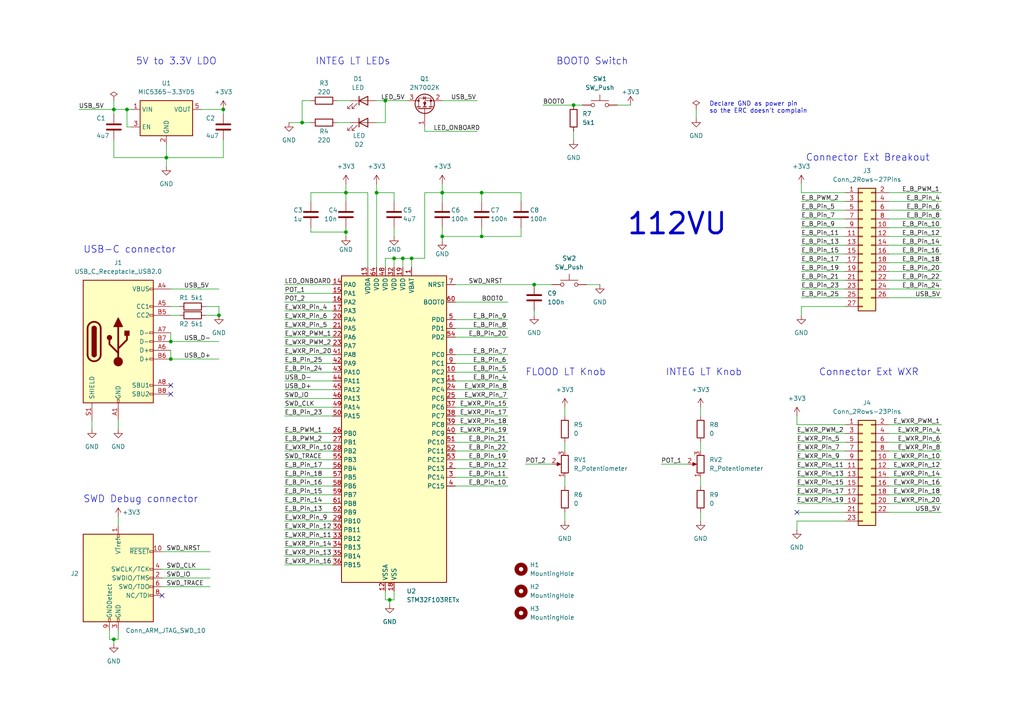
<source format=kicad_sch>
(kicad_sch (version 20230121) (generator eeschema)

  (uuid 5740ca0b-655a-4c19-bd74-b6cca34ce569)

  (paper "A4")

  (title_block
    (title "112VU")
    (date "2024-01-15")
    (rev "0.1")
  )

  

  (junction (at 33.02 185.42) (diameter 0) (color 0 0 0 0)
    (uuid 1c60d609-5ff7-4dc2-a60e-07e63366d976)
  )
  (junction (at 48.26 45.72) (diameter 0) (color 0 0 0 0)
    (uuid 2b1921ca-aaa2-4822-ba7a-336bdbbaf8ed)
  )
  (junction (at 113.03 173.99) (diameter 0) (color 0 0 0 0)
    (uuid 2dcbfe76-d796-4daf-a127-d5363b09619b)
  )
  (junction (at 49.53 104.14) (diameter 0) (color 0 0 0 0)
    (uuid 38cfc232-82f1-4b92-a939-cf518d2ace0e)
  )
  (junction (at 111.76 29.21) (diameter 0) (color 0 0 0 0)
    (uuid 41095892-4e71-4dd5-965b-1a1cb9455e30)
  )
  (junction (at 100.33 55.88) (diameter 0) (color 0 0 0 0)
    (uuid 42f629bd-caad-4bce-9a81-ca4768db3007)
  )
  (junction (at 128.27 68.58) (diameter 0) (color 0 0 0 0)
    (uuid 4d7035fa-b7d3-4f60-adea-61c88f038586)
  )
  (junction (at 128.27 55.88) (diameter 0) (color 0 0 0 0)
    (uuid 4f902fa3-3669-459c-bc2c-d7ee983e1881)
  )
  (junction (at 116.84 74.93) (diameter 0) (color 0 0 0 0)
    (uuid 5f29704b-0318-45e3-8367-e3233859d109)
  )
  (junction (at 139.7 55.88) (diameter 0) (color 0 0 0 0)
    (uuid 6b127d9a-6cfc-4e3b-90a6-5161ca078476)
  )
  (junction (at 100.33 67.31) (diameter 0) (color 0 0 0 0)
    (uuid 7cd7764e-36cc-46ca-a4d2-c3264a31cbdc)
  )
  (junction (at 114.3 74.93) (diameter 0) (color 0 0 0 0)
    (uuid 7e3d4d64-3133-4ce4-926f-4031f6f437bf)
  )
  (junction (at 49.53 99.06) (diameter 0) (color 0 0 0 0)
    (uuid 80b78d67-5a4b-4239-a6f9-9190a5d355c7)
  )
  (junction (at 139.7 68.58) (diameter 0) (color 0 0 0 0)
    (uuid 9b63773c-1c61-42c8-b559-cb3b72b84658)
  )
  (junction (at 64.77 31.75) (diameter 0) (color 0 0 0 0)
    (uuid a06a4f8a-c415-43dc-b206-90f090ee7299)
  )
  (junction (at 63.5 91.44) (diameter 0) (color 0 0 0 0)
    (uuid a15928d8-4854-48bc-b6b9-4cd713d7b736)
  )
  (junction (at 109.22 55.88) (diameter 0) (color 0 0 0 0)
    (uuid a8bd4085-dd3e-40b8-a542-d0fe6a1d7788)
  )
  (junction (at 33.02 31.75) (diameter 0) (color 0 0 0 0)
    (uuid bbd3779f-e8a7-4198-86fd-95e1eb6bb2bd)
  )
  (junction (at 154.94 82.55) (diameter 0) (color 0 0 0 0)
    (uuid c155270a-fbd6-4fa3-a7b8-3f50564b2c54)
  )
  (junction (at 166.37 30.48) (diameter 0) (color 0 0 0 0)
    (uuid cd86bbd4-80d0-4700-ae73-987f34bcfeeb)
  )
  (junction (at 119.38 74.93) (diameter 0) (color 0 0 0 0)
    (uuid d7425343-d0b1-4493-8a3a-2d18e4f57a0f)
  )
  (junction (at 87.63 35.56) (diameter 0) (color 0 0 0 0)
    (uuid f380f876-18e8-45b9-90e0-c2e432adc59e)
  )
  (junction (at 36.83 31.75) (diameter 0) (color 0 0 0 0)
    (uuid f5bbedea-bb19-475d-929b-c2414a704bca)
  )

  (no_connect (at 231.14 148.59) (uuid 36d9693a-3970-4d1a-97c0-e33f9f1a23b4))
  (no_connect (at 49.53 111.76) (uuid 7e52c791-279f-4bf1-af21-d9a95d7156bb))
  (no_connect (at 46.99 172.72) (uuid d5c9b446-c56a-4aec-abce-7eea89857564))
  (no_connect (at 49.53 114.3) (uuid de059341-76dd-4323-a7fc-4a8e07e018d0))

  (wire (pts (xy 116.84 74.93) (xy 119.38 74.93))
    (stroke (width 0) (type default))
    (uuid 013fb74b-3b70-411b-b67d-2c95da60f035)
  )
  (wire (pts (xy 257.81 66.04) (xy 273.05 66.04))
    (stroke (width 0) (type default))
    (uuid 031fe79c-6cb6-44de-aa72-5594e8bf2520)
  )
  (wire (pts (xy 203.2 148.59) (xy 203.2 151.13))
    (stroke (width 0) (type default))
    (uuid 0463d66f-3282-4aed-be9f-6e72070b1dd1)
  )
  (wire (pts (xy 128.27 55.88) (xy 139.7 55.88))
    (stroke (width 0) (type default))
    (uuid 04847588-42d6-4ccf-b25e-ffe49c8ebb1c)
  )
  (wire (pts (xy 132.08 105.41) (xy 147.32 105.41))
    (stroke (width 0) (type default))
    (uuid 08960750-8fff-4680-92f7-e883b4f1f556)
  )
  (wire (pts (xy 82.55 135.89) (xy 96.52 135.89))
    (stroke (width 0) (type default))
    (uuid 0c29b7a6-eb65-4a8c-b6c8-77fadb9197d6)
  )
  (wire (pts (xy 123.19 38.1) (xy 138.43 38.1))
    (stroke (width 0) (type default))
    (uuid 0ce07208-3281-4298-96f0-47fc35add194)
  )
  (wire (pts (xy 46.99 160.02) (xy 60.96 160.02))
    (stroke (width 0) (type default))
    (uuid 0de6fa0e-bcfd-4405-9a32-2aa7d7605898)
  )
  (wire (pts (xy 82.55 125.73) (xy 96.52 125.73))
    (stroke (width 0) (type default))
    (uuid 0e9adbe9-3fe7-440c-804d-7c61090db9e1)
  )
  (wire (pts (xy 82.55 153.67) (xy 96.52 153.67))
    (stroke (width 0) (type default))
    (uuid 0ea582f6-0a9d-495e-a23b-1fb36f65c7f9)
  )
  (wire (pts (xy 82.55 143.51) (xy 96.52 143.51))
    (stroke (width 0) (type default))
    (uuid 0ef083e0-8845-4bfe-9b50-d16a41e2529c)
  )
  (wire (pts (xy 257.81 125.73) (xy 273.05 125.73))
    (stroke (width 0) (type default))
    (uuid 0fc254ad-7c29-409a-a387-9a1a8fe616ae)
  )
  (wire (pts (xy 128.27 66.04) (xy 128.27 68.58))
    (stroke (width 0) (type default))
    (uuid 10050359-6c5b-4d95-bd60-17b1b97c0e36)
  )
  (wire (pts (xy 114.3 55.88) (xy 114.3 58.42))
    (stroke (width 0) (type default))
    (uuid 1096ab1b-41d8-46da-8912-9f3ba07f8f9b)
  )
  (wire (pts (xy 82.55 95.25) (xy 96.52 95.25))
    (stroke (width 0) (type default))
    (uuid 10efa3f2-df42-4111-b123-4539607ab2b7)
  )
  (wire (pts (xy 132.08 118.11) (xy 147.32 118.11))
    (stroke (width 0) (type default))
    (uuid 11040791-0875-492e-8705-a753fe59a812)
  )
  (wire (pts (xy 33.02 185.42) (xy 33.02 186.69))
    (stroke (width 0) (type default))
    (uuid 11c1a1a1-6e3a-4bcc-9368-5f85763dd2d7)
  )
  (wire (pts (xy 111.76 29.21) (xy 109.22 29.21))
    (stroke (width 0) (type default))
    (uuid 124f7d02-f995-41af-9747-459f8c9d6cb6)
  )
  (wire (pts (xy 33.02 31.75) (xy 36.83 31.75))
    (stroke (width 0) (type default))
    (uuid 12e0e279-ded3-4a3c-abbe-206edf1f6a0c)
  )
  (wire (pts (xy 232.41 66.04) (xy 245.11 66.04))
    (stroke (width 0) (type default))
    (uuid 13243fec-010d-4bd4-bd89-21f9efbeb84a)
  )
  (wire (pts (xy 232.41 60.96) (xy 245.11 60.96))
    (stroke (width 0) (type default))
    (uuid 133b4311-c7f5-4af2-8bb6-8ec5cd75a6f3)
  )
  (wire (pts (xy 31.75 182.88) (xy 31.75 185.42))
    (stroke (width 0) (type default))
    (uuid 156ae0d1-f1c6-4eba-a8b0-adcedee7fe2c)
  )
  (wire (pts (xy 123.19 36.83) (xy 123.19 38.1))
    (stroke (width 0) (type default))
    (uuid 1609296a-5640-4983-84d0-9acaa9c89843)
  )
  (wire (pts (xy 139.7 66.04) (xy 139.7 68.58))
    (stroke (width 0) (type default))
    (uuid 172bb47f-0037-4844-9a9b-51b9e12fd496)
  )
  (wire (pts (xy 114.3 66.04) (xy 114.3 68.58))
    (stroke (width 0) (type default))
    (uuid 17da7ac7-9940-4d33-b3c8-8aa70c7ca9ae)
  )
  (wire (pts (xy 100.33 53.34) (xy 100.33 55.88))
    (stroke (width 0) (type default))
    (uuid 190739b9-e921-4a1b-9d67-4f1ce53b3de1)
  )
  (wire (pts (xy 46.99 165.1) (xy 60.96 165.1))
    (stroke (width 0) (type default))
    (uuid 1fec02f9-be0f-49be-823d-e9eafad81b29)
  )
  (wire (pts (xy 245.11 55.88) (xy 232.41 55.88))
    (stroke (width 0) (type default))
    (uuid 1ff32272-b4a0-46f6-882e-b6845af06ec9)
  )
  (wire (pts (xy 132.08 107.95) (xy 147.32 107.95))
    (stroke (width 0) (type default))
    (uuid 217e16a5-0ace-4bca-bbae-5b06520e4127)
  )
  (wire (pts (xy 232.41 78.74) (xy 245.11 78.74))
    (stroke (width 0) (type default))
    (uuid 223b2aad-05c4-4155-a521-2918f765a64a)
  )
  (wire (pts (xy 257.81 133.35) (xy 273.05 133.35))
    (stroke (width 0) (type default))
    (uuid 22bd623c-de04-4d6c-b5de-88c1b9bc30dc)
  )
  (wire (pts (xy 132.08 115.57) (xy 147.32 115.57))
    (stroke (width 0) (type default))
    (uuid 23351827-82ed-4f5f-96ce-180325481ad7)
  )
  (wire (pts (xy 48.26 41.91) (xy 48.26 45.72))
    (stroke (width 0) (type default))
    (uuid 23fc5e79-c876-43a1-81f6-a3c4faec6e77)
  )
  (wire (pts (xy 82.55 140.97) (xy 96.52 140.97))
    (stroke (width 0) (type default))
    (uuid 27a472ac-f10e-4972-9358-e8a84ef67b01)
  )
  (wire (pts (xy 257.81 130.81) (xy 273.05 130.81))
    (stroke (width 0) (type default))
    (uuid 299673da-939d-4021-9882-d4f1260776c6)
  )
  (wire (pts (xy 113.03 173.99) (xy 113.03 175.26))
    (stroke (width 0) (type default))
    (uuid 2ac958ed-6ccb-4d2c-80c8-5d730be8c1a2)
  )
  (wire (pts (xy 257.81 78.74) (xy 273.05 78.74))
    (stroke (width 0) (type default))
    (uuid 2badd1b7-1c79-40a4-9d69-9e9b7db0a1bc)
  )
  (wire (pts (xy 231.14 151.13) (xy 245.11 151.13))
    (stroke (width 0) (type default))
    (uuid 2c22f1b9-3970-414e-b2f4-a2b9a405e482)
  )
  (wire (pts (xy 132.08 128.27) (xy 147.32 128.27))
    (stroke (width 0) (type default))
    (uuid 2cabd486-acdd-4659-8814-5a5df849c962)
  )
  (wire (pts (xy 232.41 86.36) (xy 245.11 86.36))
    (stroke (width 0) (type default))
    (uuid 2d116af4-8286-46cf-8ed0-a3060c897ba9)
  )
  (wire (pts (xy 59.69 91.44) (xy 63.5 91.44))
    (stroke (width 0) (type default))
    (uuid 2d3b6166-9244-425b-a981-a4aa007e5ca2)
  )
  (wire (pts (xy 90.17 58.42) (xy 90.17 55.88))
    (stroke (width 0) (type default))
    (uuid 2d44685b-e02e-4177-9d31-d2d8cc237d92)
  )
  (wire (pts (xy 232.41 71.12) (xy 245.11 71.12))
    (stroke (width 0) (type default))
    (uuid 2d680f5b-3b33-482f-bcad-751ae84dc5c8)
  )
  (wire (pts (xy 82.55 120.65) (xy 96.52 120.65))
    (stroke (width 0) (type default))
    (uuid 2f1b32d1-b651-4292-87ce-5c89bfb6d012)
  )
  (wire (pts (xy 132.08 92.71) (xy 147.32 92.71))
    (stroke (width 0) (type default))
    (uuid 30aa99ea-6a05-4d46-ba9b-2ab146a5806d)
  )
  (wire (pts (xy 82.55 128.27) (xy 96.52 128.27))
    (stroke (width 0) (type default))
    (uuid 30e5cf48-273c-4f32-9cdd-d6154f31c5cb)
  )
  (wire (pts (xy 231.14 128.27) (xy 245.11 128.27))
    (stroke (width 0) (type default))
    (uuid 3371feb1-8598-4157-aad6-46ad00e177e8)
  )
  (wire (pts (xy 232.41 73.66) (xy 245.11 73.66))
    (stroke (width 0) (type default))
    (uuid 36b20240-03f2-4274-b1e0-813d48fac8ba)
  )
  (wire (pts (xy 257.81 143.51) (xy 273.05 143.51))
    (stroke (width 0) (type default))
    (uuid 36b7eac1-0e42-4f59-a373-282ea4823cdf)
  )
  (wire (pts (xy 59.69 88.9) (xy 63.5 88.9))
    (stroke (width 0) (type default))
    (uuid 38edcb7f-f3ff-4204-bf25-e49fbbf5c751)
  )
  (wire (pts (xy 109.22 35.56) (xy 111.76 35.56))
    (stroke (width 0) (type default))
    (uuid 395a62df-0aff-4979-85aa-49c64509bec0)
  )
  (wire (pts (xy 97.79 29.21) (xy 101.6 29.21))
    (stroke (width 0) (type default))
    (uuid 3a05fdc3-1753-4ad3-a399-df8833e1557a)
  )
  (wire (pts (xy 257.81 83.82) (xy 273.05 83.82))
    (stroke (width 0) (type default))
    (uuid 3afc3492-5657-4412-acb5-912b73eac894)
  )
  (wire (pts (xy 106.68 55.88) (xy 100.33 55.88))
    (stroke (width 0) (type default))
    (uuid 3ce25f19-dd47-4b75-b294-47131bdac816)
  )
  (wire (pts (xy 90.17 55.88) (xy 100.33 55.88))
    (stroke (width 0) (type default))
    (uuid 3cecd9e4-1dbd-415d-9a30-c188dca3f7d5)
  )
  (wire (pts (xy 203.2 138.43) (xy 203.2 140.97))
    (stroke (width 0) (type default))
    (uuid 3d1a660e-0865-4f35-b88f-c3fd6f539510)
  )
  (wire (pts (xy 34.29 121.92) (xy 34.29 124.46))
    (stroke (width 0) (type default))
    (uuid 3d20c474-823a-4fb5-a8c6-bcc8402bbcdb)
  )
  (wire (pts (xy 257.81 128.27) (xy 273.05 128.27))
    (stroke (width 0) (type default))
    (uuid 3e826027-6dac-4c42-be7b-04c7bb1fc69d)
  )
  (wire (pts (xy 132.08 123.19) (xy 147.32 123.19))
    (stroke (width 0) (type default))
    (uuid 3ead91cc-d710-4665-a7ed-fadb9108c93a)
  )
  (wire (pts (xy 106.68 55.88) (xy 106.68 77.47))
    (stroke (width 0) (type default))
    (uuid 3f1ec9ee-f1bb-4316-a027-a93574520652)
  )
  (wire (pts (xy 132.08 87.63) (xy 147.32 87.63))
    (stroke (width 0) (type default))
    (uuid 410a719c-b38c-4b95-8e72-b6296bfd0097)
  )
  (wire (pts (xy 257.81 146.05) (xy 273.05 146.05))
    (stroke (width 0) (type default))
    (uuid 415bbe1e-b642-4b4f-915b-98d786a16088)
  )
  (wire (pts (xy 82.55 107.95) (xy 96.52 107.95))
    (stroke (width 0) (type default))
    (uuid 41f41795-f978-4530-a575-595191bfc928)
  )
  (wire (pts (xy 203.2 128.27) (xy 203.2 130.81))
    (stroke (width 0) (type default))
    (uuid 4238ec4e-4da9-4362-8bb4-d23dfc45d30a)
  )
  (wire (pts (xy 33.02 31.75) (xy 33.02 33.02))
    (stroke (width 0) (type default))
    (uuid 42b0ae2e-b2e9-432d-9abc-de3c5fe361a6)
  )
  (wire (pts (xy 114.3 74.93) (xy 116.84 74.93))
    (stroke (width 0) (type default))
    (uuid 4363a51d-f381-43ca-b105-45ef52d8ddaa)
  )
  (wire (pts (xy 90.17 67.31) (xy 100.33 67.31))
    (stroke (width 0) (type default))
    (uuid 45264701-2f52-4889-b0f7-633a099ab069)
  )
  (wire (pts (xy 114.3 171.45) (xy 114.3 173.99))
    (stroke (width 0) (type default))
    (uuid 45edc67c-d8d4-4a13-8586-d5c866291a9b)
  )
  (wire (pts (xy 231.14 146.05) (xy 245.11 146.05))
    (stroke (width 0) (type default))
    (uuid 4936c6a1-f790-4016-94bd-7910cf9d3a41)
  )
  (wire (pts (xy 191.77 134.62) (xy 199.39 134.62))
    (stroke (width 0) (type default))
    (uuid 4a4522a4-ff68-4daf-962a-123420667ffc)
  )
  (wire (pts (xy 82.55 82.55) (xy 96.52 82.55))
    (stroke (width 0) (type default))
    (uuid 4eec0bee-50c0-4d9d-8e07-8eadde9e9be5)
  )
  (wire (pts (xy 48.26 45.72) (xy 64.77 45.72))
    (stroke (width 0) (type default))
    (uuid 5069b1d8-f44e-4d57-9ff1-71618293e9d5)
  )
  (wire (pts (xy 132.08 113.03) (xy 147.32 113.03))
    (stroke (width 0) (type default))
    (uuid 5265fffc-31ab-4df2-88c1-fb36bf4eb2ac)
  )
  (wire (pts (xy 31.75 185.42) (xy 33.02 185.42))
    (stroke (width 0) (type default))
    (uuid 536249b9-139e-4933-b1ec-ec2ddc1cf787)
  )
  (wire (pts (xy 157.48 30.48) (xy 166.37 30.48))
    (stroke (width 0) (type default))
    (uuid 53bccdad-ad73-4040-a2f8-a9dc080a3b99)
  )
  (wire (pts (xy 36.83 31.75) (xy 38.1 31.75))
    (stroke (width 0) (type default))
    (uuid 54b4904a-2b1c-4bcf-b507-c0f6e41dc409)
  )
  (wire (pts (xy 82.55 90.17) (xy 96.52 90.17))
    (stroke (width 0) (type default))
    (uuid 55803bf1-d9ec-4561-b9aa-5f1365f79ea5)
  )
  (wire (pts (xy 116.84 74.93) (xy 116.84 77.47))
    (stroke (width 0) (type default))
    (uuid 56a48f74-af5a-4107-84dd-44320a9aae73)
  )
  (wire (pts (xy 49.53 99.06) (xy 63.5 99.06))
    (stroke (width 0) (type default))
    (uuid 586a9b1d-d2a1-4212-9503-0e6eecd6aeb2)
  )
  (wire (pts (xy 257.81 135.89) (xy 273.05 135.89))
    (stroke (width 0) (type default))
    (uuid 58768011-fcdd-404e-84ba-0b63f98bce65)
  )
  (wire (pts (xy 111.76 29.21) (xy 118.11 29.21))
    (stroke (width 0) (type default))
    (uuid 58c47b34-f93e-4291-8e3b-e914ffffd543)
  )
  (wire (pts (xy 231.14 140.97) (xy 245.11 140.97))
    (stroke (width 0) (type default))
    (uuid 597e0541-ae0c-4817-bf22-e3d44995672c)
  )
  (wire (pts (xy 257.81 58.42) (xy 273.05 58.42))
    (stroke (width 0) (type default))
    (uuid 59990080-a5a6-42ea-b452-b5e2eb32ec48)
  )
  (wire (pts (xy 33.02 40.64) (xy 33.02 45.72))
    (stroke (width 0) (type default))
    (uuid 5a72b2e7-5be6-4ea8-8a94-1352dfd7ee75)
  )
  (wire (pts (xy 132.08 110.49) (xy 147.32 110.49))
    (stroke (width 0) (type default))
    (uuid 5a8ccbce-76f7-43a3-b99f-251bc7fe054f)
  )
  (wire (pts (xy 132.08 125.73) (xy 147.32 125.73))
    (stroke (width 0) (type default))
    (uuid 5d279d21-5663-4da3-bb22-bcad169a0a89)
  )
  (wire (pts (xy 87.63 29.21) (xy 90.17 29.21))
    (stroke (width 0) (type default))
    (uuid 5d37c896-6ccd-4eb6-b97d-06fd8af25081)
  )
  (wire (pts (xy 257.81 68.58) (xy 273.05 68.58))
    (stroke (width 0) (type default))
    (uuid 608feaaf-fa2e-445a-9504-c8d17c892dfd)
  )
  (wire (pts (xy 58.42 31.75) (xy 64.77 31.75))
    (stroke (width 0) (type default))
    (uuid 617ce0d8-254e-4a35-8d2b-3f40e2a15518)
  )
  (wire (pts (xy 33.02 185.42) (xy 34.29 185.42))
    (stroke (width 0) (type default))
    (uuid 65e6e68e-3a4c-4246-8e55-43ef27c59119)
  )
  (wire (pts (xy 48.26 48.26) (xy 48.26 45.72))
    (stroke (width 0) (type default))
    (uuid 65e9b324-ad31-4bf7-8cb7-fa7b2f0e9c99)
  )
  (wire (pts (xy 139.7 55.88) (xy 139.7 58.42))
    (stroke (width 0) (type default))
    (uuid 67693e21-e324-4f12-8825-7806fb444906)
  )
  (wire (pts (xy 139.7 55.88) (xy 151.13 55.88))
    (stroke (width 0) (type default))
    (uuid 69360a21-105a-43d7-9090-f199ea503c35)
  )
  (wire (pts (xy 82.55 100.33) (xy 96.52 100.33))
    (stroke (width 0) (type default))
    (uuid 6fd8f0bb-1f58-482c-ae28-354d54e2cbac)
  )
  (wire (pts (xy 49.53 104.14) (xy 63.5 104.14))
    (stroke (width 0) (type default))
    (uuid 7090d08e-de33-4a3b-96fb-1e410e5b5a5d)
  )
  (wire (pts (xy 90.17 35.56) (xy 87.63 35.56))
    (stroke (width 0) (type default))
    (uuid 7101862f-c57f-4aa3-af9d-aff543c31789)
  )
  (wire (pts (xy 231.14 143.51) (xy 245.11 143.51))
    (stroke (width 0) (type default))
    (uuid 7219bfcf-349d-4d8b-9553-b1e2dcd0bab2)
  )
  (wire (pts (xy 231.14 120.65) (xy 231.14 123.19))
    (stroke (width 0) (type default))
    (uuid 73a8253f-8f70-427a-b3d3-e7a6b08c2a5d)
  )
  (wire (pts (xy 231.14 130.81) (xy 245.11 130.81))
    (stroke (width 0) (type default))
    (uuid 73ec6d6f-2733-4cc4-8683-50ea407b3164)
  )
  (wire (pts (xy 154.94 82.55) (xy 160.02 82.55))
    (stroke (width 0) (type default))
    (uuid 741fe4cd-926b-4a29-84f1-ccdd0ba31c2a)
  )
  (wire (pts (xy 231.14 151.13) (xy 231.14 153.67))
    (stroke (width 0) (type default))
    (uuid 747b5248-8301-4e1b-b55a-56e84d6eee07)
  )
  (wire (pts (xy 151.13 66.04) (xy 151.13 68.58))
    (stroke (width 0) (type default))
    (uuid 74b5d195-dec1-40be-bdb2-5074d95fca64)
  )
  (wire (pts (xy 132.08 130.81) (xy 147.32 130.81))
    (stroke (width 0) (type default))
    (uuid 75128cf9-d6b9-4888-9486-5947d3293a2b)
  )
  (wire (pts (xy 100.33 68.58) (xy 100.33 67.31))
    (stroke (width 0) (type default))
    (uuid 772b8a54-171c-44c3-a551-6db6ef841204)
  )
  (wire (pts (xy 111.76 171.45) (xy 111.76 173.99))
    (stroke (width 0) (type default))
    (uuid 79388906-8a9b-4e98-9e6d-540af7d14b09)
  )
  (wire (pts (xy 63.5 88.9) (xy 63.5 91.44))
    (stroke (width 0) (type default))
    (uuid 7a98c6ca-86ea-4c9c-81e5-9fb7096c121c)
  )
  (wire (pts (xy 203.2 118.11) (xy 203.2 120.65))
    (stroke (width 0) (type default))
    (uuid 7c72ecde-63ef-4ef8-975a-20557e9b6d92)
  )
  (wire (pts (xy 111.76 74.93) (xy 114.3 74.93))
    (stroke (width 0) (type default))
    (uuid 7d56d791-cc7c-458b-bb36-915452050d31)
  )
  (wire (pts (xy 114.3 173.99) (xy 113.03 173.99))
    (stroke (width 0) (type default))
    (uuid 803f7d38-5a52-4850-a8b5-49aedfadde54)
  )
  (wire (pts (xy 151.13 58.42) (xy 151.13 55.88))
    (stroke (width 0) (type default))
    (uuid 820d98e4-3612-4faf-a029-644f9811c28e)
  )
  (wire (pts (xy 82.55 146.05) (xy 96.52 146.05))
    (stroke (width 0) (type default))
    (uuid 8248fdde-8cf6-4e91-9d94-040c2e0a99de)
  )
  (wire (pts (xy 257.81 76.2) (xy 273.05 76.2))
    (stroke (width 0) (type default))
    (uuid 824e78be-801d-461c-8672-dc59d08534fb)
  )
  (wire (pts (xy 82.55 133.35) (xy 96.52 133.35))
    (stroke (width 0) (type default))
    (uuid 82d79044-4cac-4c1a-8fbe-139954239921)
  )
  (wire (pts (xy 257.81 81.28) (xy 273.05 81.28))
    (stroke (width 0) (type default))
    (uuid 833d2c33-1022-4802-8b1a-31fd8ebff9a8)
  )
  (wire (pts (xy 231.14 133.35) (xy 245.11 133.35))
    (stroke (width 0) (type default))
    (uuid 83ba98b4-689c-42bf-ab2a-05ea9321baf2)
  )
  (wire (pts (xy 132.08 133.35) (xy 147.32 133.35))
    (stroke (width 0) (type default))
    (uuid 83fa09f0-eeb6-45ab-b76c-3983d74e28c7)
  )
  (wire (pts (xy 82.55 102.87) (xy 96.52 102.87))
    (stroke (width 0) (type default))
    (uuid 86bc5b74-a4b5-450f-86b4-c4703a81f9e8)
  )
  (wire (pts (xy 231.14 138.43) (xy 245.11 138.43))
    (stroke (width 0) (type default))
    (uuid 875af2e2-3011-49ef-9cf1-3b8d1aa6a558)
  )
  (wire (pts (xy 100.33 55.88) (xy 100.33 58.42))
    (stroke (width 0) (type default))
    (uuid 875dcde3-d9b1-4261-b2ff-4d8621bb8b93)
  )
  (wire (pts (xy 232.41 83.82) (xy 245.11 83.82))
    (stroke (width 0) (type default))
    (uuid 87b458c3-444e-48bd-9c1d-1ce0826eceeb)
  )
  (wire (pts (xy 82.55 151.13) (xy 96.52 151.13))
    (stroke (width 0) (type default))
    (uuid 88a50611-570f-4953-b80c-f4a27d1d97fb)
  )
  (wire (pts (xy 231.14 135.89) (xy 245.11 135.89))
    (stroke (width 0) (type default))
    (uuid 895839e6-bcaf-4bed-84a5-63c5c001abed)
  )
  (wire (pts (xy 132.08 95.25) (xy 147.32 95.25))
    (stroke (width 0) (type default))
    (uuid 89e0a0ee-23eb-46db-9def-3bf9dc353f79)
  )
  (wire (pts (xy 257.81 71.12) (xy 273.05 71.12))
    (stroke (width 0) (type default))
    (uuid 8a27ba5a-2b44-46e6-9194-44c1ea9ca755)
  )
  (wire (pts (xy 82.55 85.09) (xy 96.52 85.09))
    (stroke (width 0) (type default))
    (uuid 8a2c5a05-02a9-4f72-a99a-9052c178574f)
  )
  (wire (pts (xy 33.02 45.72) (xy 48.26 45.72))
    (stroke (width 0) (type default))
    (uuid 8a2ed03c-01db-442d-ab41-f2989ed4129c)
  )
  (wire (pts (xy 26.67 121.92) (xy 26.67 124.46))
    (stroke (width 0) (type default))
    (uuid 8a99a176-4173-4611-a12a-f7950ec44274)
  )
  (wire (pts (xy 257.81 63.5) (xy 273.05 63.5))
    (stroke (width 0) (type default))
    (uuid 8bf2fa1a-68c5-40cf-8cf9-f76ca9f8dad0)
  )
  (wire (pts (xy 49.53 91.44) (xy 52.07 91.44))
    (stroke (width 0) (type default))
    (uuid 8c74f273-8b7e-4ca2-81e8-7901219371e0)
  )
  (wire (pts (xy 170.18 82.55) (xy 173.99 82.55))
    (stroke (width 0) (type default))
    (uuid 8c885c0c-31c4-4200-802f-7e61d879f245)
  )
  (wire (pts (xy 82.55 158.75) (xy 96.52 158.75))
    (stroke (width 0) (type default))
    (uuid 8ce17427-3ffa-43d3-9639-d68a991fe58e)
  )
  (wire (pts (xy 111.76 29.21) (xy 111.76 35.56))
    (stroke (width 0) (type default))
    (uuid 8d2b4c80-6992-45f2-86c4-a0d67b7cb13a)
  )
  (wire (pts (xy 232.41 53.34) (xy 232.41 55.88))
    (stroke (width 0) (type default))
    (uuid 8d5de446-8ea0-4e2c-88cb-515e9930840d)
  )
  (wire (pts (xy 64.77 40.64) (xy 64.77 45.72))
    (stroke (width 0) (type default))
    (uuid 8dd4ecfb-1365-4fa9-95ee-596aaef991f9)
  )
  (wire (pts (xy 100.33 66.04) (xy 100.33 67.31))
    (stroke (width 0) (type default))
    (uuid 8fa94511-37ed-4cdf-ae80-ad28560ba829)
  )
  (wire (pts (xy 257.81 123.19) (xy 273.05 123.19))
    (stroke (width 0) (type default))
    (uuid 9042c39c-7f3c-48c8-aa43-ed5f6324b714)
  )
  (wire (pts (xy 109.22 55.88) (xy 109.22 77.47))
    (stroke (width 0) (type default))
    (uuid 9118a413-570e-456d-8544-5ad51bdedb93)
  )
  (wire (pts (xy 82.55 97.79) (xy 96.52 97.79))
    (stroke (width 0) (type default))
    (uuid 95b109bf-ad2b-41a1-8ef3-f7b1f141e0c8)
  )
  (wire (pts (xy 82.55 113.03) (xy 96.52 113.03))
    (stroke (width 0) (type default))
    (uuid 973c4ad4-b1f5-4df9-8386-815adf02b00d)
  )
  (wire (pts (xy 132.08 97.79) (xy 147.32 97.79))
    (stroke (width 0) (type default))
    (uuid 9765c0ad-c9b5-45c4-8707-c5f5c5d4c109)
  )
  (wire (pts (xy 257.81 73.66) (xy 273.05 73.66))
    (stroke (width 0) (type default))
    (uuid 9773d962-e428-4d77-8182-2107c0b10c1e)
  )
  (wire (pts (xy 82.55 118.11) (xy 96.52 118.11))
    (stroke (width 0) (type default))
    (uuid 97b0a11a-842a-4306-addf-07605f0abe5e)
  )
  (wire (pts (xy 232.41 76.2) (xy 245.11 76.2))
    (stroke (width 0) (type default))
    (uuid 9ae34e4e-7b0b-4b05-a8c3-83634817b0b0)
  )
  (wire (pts (xy 123.19 74.93) (xy 119.38 74.93))
    (stroke (width 0) (type default))
    (uuid 9c1389ee-d1ac-4160-a071-ae9bc87d0207)
  )
  (wire (pts (xy 36.83 31.75) (xy 36.83 36.83))
    (stroke (width 0) (type default))
    (uuid 9dec89b7-c224-4aa2-9bf9-b10938e96d26)
  )
  (wire (pts (xy 257.81 138.43) (xy 273.05 138.43))
    (stroke (width 0) (type default))
    (uuid 9e4086da-7dba-48b9-865a-6daee9bba9fa)
  )
  (wire (pts (xy 139.7 68.58) (xy 128.27 68.58))
    (stroke (width 0) (type default))
    (uuid a00cf6c7-48b6-499b-81e4-ea9bbe9d2e84)
  )
  (wire (pts (xy 257.81 140.97) (xy 273.05 140.97))
    (stroke (width 0) (type default))
    (uuid a0cac51b-3f4f-4f47-a98c-7d06e17e1ff3)
  )
  (wire (pts (xy 49.53 83.82) (xy 63.5 83.82))
    (stroke (width 0) (type default))
    (uuid a2588a20-b6e1-49e7-860b-aa2319f68eff)
  )
  (wire (pts (xy 257.81 55.88) (xy 273.05 55.88))
    (stroke (width 0) (type default))
    (uuid a2e9c4bd-bb42-42d0-a00e-0163ec9a9fd3)
  )
  (wire (pts (xy 128.27 53.34) (xy 128.27 55.88))
    (stroke (width 0) (type default))
    (uuid a2fd1a21-2bdd-436d-a848-15dd58af18e8)
  )
  (wire (pts (xy 232.41 68.58) (xy 245.11 68.58))
    (stroke (width 0) (type default))
    (uuid a3657415-e888-4ac5-92cb-b7f31a19d987)
  )
  (wire (pts (xy 163.83 118.11) (xy 163.83 120.65))
    (stroke (width 0) (type default))
    (uuid a5f801e1-bf14-4d39-9a86-026faa48d36c)
  )
  (wire (pts (xy 132.08 135.89) (xy 147.32 135.89))
    (stroke (width 0) (type default))
    (uuid a692649b-0fe6-45b3-9067-990686a6b0ae)
  )
  (wire (pts (xy 132.08 120.65) (xy 147.32 120.65))
    (stroke (width 0) (type default))
    (uuid a70e97d9-36a3-4410-a80a-2412c19f173a)
  )
  (wire (pts (xy 232.41 63.5) (xy 245.11 63.5))
    (stroke (width 0) (type default))
    (uuid a9e936fd-3ba9-42fb-8ae3-eeee5a815792)
  )
  (wire (pts (xy 179.07 30.48) (xy 182.88 30.48))
    (stroke (width 0) (type default))
    (uuid ab204cc0-37c6-468c-b8bc-7071480c2794)
  )
  (wire (pts (xy 128.27 29.21) (xy 138.43 29.21))
    (stroke (width 0) (type default))
    (uuid ab51326c-28e7-4980-a9e3-704d8298503c)
  )
  (wire (pts (xy 82.55 156.21) (xy 96.52 156.21))
    (stroke (width 0) (type default))
    (uuid ac1b4d2a-4735-4685-8dd7-4dfcf15f0f2d)
  )
  (wire (pts (xy 90.17 66.04) (xy 90.17 67.31))
    (stroke (width 0) (type default))
    (uuid ac5d5909-c690-42fa-b195-c25b5c9bcd39)
  )
  (wire (pts (xy 82.55 138.43) (xy 96.52 138.43))
    (stroke (width 0) (type default))
    (uuid ad5af50b-de14-4aef-99cf-9c6a9090d89f)
  )
  (wire (pts (xy 163.83 128.27) (xy 163.83 130.81))
    (stroke (width 0) (type default))
    (uuid b1e522d1-54ef-4188-ab60-62b1ba5e6f33)
  )
  (wire (pts (xy 101.6 35.56) (xy 97.79 35.56))
    (stroke (width 0) (type default))
    (uuid b4a6a450-d494-4485-9c44-6af223d6aca0)
  )
  (wire (pts (xy 128.27 58.42) (xy 128.27 55.88))
    (stroke (width 0) (type default))
    (uuid b598e7ba-dbfc-4d15-8685-aa38a769097f)
  )
  (wire (pts (xy 245.11 88.9) (xy 232.41 88.9))
    (stroke (width 0) (type default))
    (uuid b85c2e28-cb91-43f8-bc25-e1c3fe9e5ca1)
  )
  (wire (pts (xy 87.63 35.56) (xy 87.63 29.21))
    (stroke (width 0) (type default))
    (uuid b8aa2c76-7704-4d5d-9cdb-6ab39f6708b9)
  )
  (wire (pts (xy 139.7 68.58) (xy 151.13 68.58))
    (stroke (width 0) (type default))
    (uuid bbdce7f2-1736-4e39-ad75-babc98c65ddc)
  )
  (wire (pts (xy 232.41 88.9) (xy 232.41 91.44))
    (stroke (width 0) (type default))
    (uuid bc9f10bf-ab4d-4c06-bad2-b7d1e58f37aa)
  )
  (wire (pts (xy 46.99 170.18) (xy 60.96 170.18))
    (stroke (width 0) (type default))
    (uuid bfac506f-e1a6-4622-a607-d985153c1aa6)
  )
  (wire (pts (xy 82.55 148.59) (xy 96.52 148.59))
    (stroke (width 0) (type default))
    (uuid c08f800c-56a9-424c-a9a8-de13a96a8c0b)
  )
  (wire (pts (xy 33.02 29.21) (xy 33.02 31.75))
    (stroke (width 0) (type default))
    (uuid c176c484-7ac3-4357-88c2-a080bedd0d34)
  )
  (wire (pts (xy 128.27 55.88) (xy 123.19 55.88))
    (stroke (width 0) (type default))
    (uuid c6307afa-3f46-40e9-820a-a0d1d4fe0962)
  )
  (wire (pts (xy 132.08 140.97) (xy 147.32 140.97))
    (stroke (width 0) (type default))
    (uuid c80c178e-9363-4569-9112-69b769383390)
  )
  (wire (pts (xy 64.77 31.75) (xy 64.77 33.02))
    (stroke (width 0) (type default))
    (uuid c8e0fe5f-bc49-458e-99e2-e546638ed0aa)
  )
  (wire (pts (xy 82.55 92.71) (xy 96.52 92.71))
    (stroke (width 0) (type default))
    (uuid c914acef-66f6-433a-b06e-10005b57de3d)
  )
  (wire (pts (xy 132.08 102.87) (xy 147.32 102.87))
    (stroke (width 0) (type default))
    (uuid cb78f980-117e-4295-ade2-ad0f97ba5137)
  )
  (wire (pts (xy 257.81 148.59) (xy 273.05 148.59))
    (stroke (width 0) (type default))
    (uuid cc4016c5-0022-4177-b4ed-0205fde146e2)
  )
  (wire (pts (xy 154.94 90.17) (xy 154.94 91.44))
    (stroke (width 0) (type default))
    (uuid cc7ec28a-1d01-4242-921c-2d4eabe61a4f)
  )
  (wire (pts (xy 119.38 74.93) (xy 119.38 77.47))
    (stroke (width 0) (type default))
    (uuid cddd9400-0c29-4c15-aec5-cab32fa55507)
  )
  (wire (pts (xy 49.53 101.6) (xy 49.53 104.14))
    (stroke (width 0) (type default))
    (uuid d1ca6074-30e0-4e2f-8751-62359f5a8cff)
  )
  (wire (pts (xy 132.08 82.55) (xy 154.94 82.55))
    (stroke (width 0) (type default))
    (uuid d1e60619-9df3-4a2e-bf5e-043c7294764f)
  )
  (wire (pts (xy 34.29 149.86) (xy 34.29 152.4))
    (stroke (width 0) (type default))
    (uuid d271fe32-8888-45e6-969b-5001f0093860)
  )
  (wire (pts (xy 163.83 138.43) (xy 163.83 140.97))
    (stroke (width 0) (type default))
    (uuid d3c90db5-98ba-4334-b5f1-7b92b77d787e)
  )
  (wire (pts (xy 34.29 182.88) (xy 34.29 185.42))
    (stroke (width 0) (type default))
    (uuid d3d73c7f-77a5-48d7-85d4-7912f3d988c9)
  )
  (wire (pts (xy 123.19 55.88) (xy 123.19 74.93))
    (stroke (width 0) (type default))
    (uuid d48851ac-877a-4a5b-8a63-0ffd5af2fec7)
  )
  (wire (pts (xy 82.55 115.57) (xy 96.52 115.57))
    (stroke (width 0) (type default))
    (uuid d58c218b-e3cd-41db-a20c-2c63b91814a1)
  )
  (wire (pts (xy 83.82 35.56) (xy 87.63 35.56))
    (stroke (width 0) (type default))
    (uuid d668d262-b146-45dd-b90b-9f49efb2309c)
  )
  (wire (pts (xy 166.37 38.1) (xy 166.37 40.64))
    (stroke (width 0) (type default))
    (uuid d857a029-3bad-4002-9ed0-d6feddece19e)
  )
  (wire (pts (xy 22.86 31.75) (xy 33.02 31.75))
    (stroke (width 0) (type default))
    (uuid d90a896a-c868-4d63-a35b-e867176fdf73)
  )
  (wire (pts (xy 231.14 148.59) (xy 245.11 148.59))
    (stroke (width 0) (type default))
    (uuid dced2b5a-788c-4b4a-b8ea-78f8fc95c733)
  )
  (wire (pts (xy 46.99 167.64) (xy 60.96 167.64))
    (stroke (width 0) (type default))
    (uuid de8d426f-2509-4b7c-b6fa-ebd0854923c1)
  )
  (wire (pts (xy 132.08 138.43) (xy 147.32 138.43))
    (stroke (width 0) (type default))
    (uuid e08e04c2-25f0-4745-aad8-e744817bc30c)
  )
  (wire (pts (xy 128.27 68.58) (xy 128.27 69.85))
    (stroke (width 0) (type default))
    (uuid e3055f06-076e-4994-833c-bf47290e6687)
  )
  (wire (pts (xy 82.55 163.83) (xy 96.52 163.83))
    (stroke (width 0) (type default))
    (uuid e31b0eea-5996-4d8a-8c6a-d6b0f79c034e)
  )
  (wire (pts (xy 113.03 173.99) (xy 111.76 173.99))
    (stroke (width 0) (type default))
    (uuid e6471839-40d2-4b20-9eea-92fc5229222c)
  )
  (wire (pts (xy 111.76 77.47) (xy 111.76 74.93))
    (stroke (width 0) (type default))
    (uuid e66d4057-b678-40ff-a1b8-c0f040772caa)
  )
  (wire (pts (xy 49.53 88.9) (xy 52.07 88.9))
    (stroke (width 0) (type default))
    (uuid e68f5d6c-9068-4d1e-b70d-67d758c67d22)
  )
  (wire (pts (xy 114.3 74.93) (xy 114.3 77.47))
    (stroke (width 0) (type default))
    (uuid e6e87f00-0ba5-4fc0-8708-cb520b533b6d)
  )
  (wire (pts (xy 109.22 53.34) (xy 109.22 55.88))
    (stroke (width 0) (type default))
    (uuid e79b5f75-0f3d-460c-bbb2-f1e1ba6d2233)
  )
  (wire (pts (xy 114.3 55.88) (xy 109.22 55.88))
    (stroke (width 0) (type default))
    (uuid e9ff5882-94d5-46e5-978d-fc46faa5f76e)
  )
  (wire (pts (xy 231.14 125.73) (xy 245.11 125.73))
    (stroke (width 0) (type default))
    (uuid eac85228-b86f-4324-a3bd-85a16c52bb5c)
  )
  (wire (pts (xy 152.4 134.62) (xy 160.02 134.62))
    (stroke (width 0) (type default))
    (uuid ebdd0e5f-47be-49c2-aabc-4f34458254cf)
  )
  (wire (pts (xy 163.83 148.59) (xy 163.83 151.13))
    (stroke (width 0) (type default))
    (uuid ebf84a6a-e2af-485c-9787-0d07e9bc7f2d)
  )
  (wire (pts (xy 82.55 105.41) (xy 96.52 105.41))
    (stroke (width 0) (type default))
    (uuid ec3f17c4-1b5e-458b-bf46-9b7cc08db01c)
  )
  (wire (pts (xy 38.1 36.83) (xy 36.83 36.83))
    (stroke (width 0) (type default))
    (uuid ee9e74b9-a797-498e-ae06-2f5645a7b57d)
  )
  (wire (pts (xy 257.81 86.36) (xy 273.05 86.36))
    (stroke (width 0) (type default))
    (uuid f14d3b63-7658-45ab-864d-ca62ce4bb5f4)
  )
  (wire (pts (xy 82.55 161.29) (xy 96.52 161.29))
    (stroke (width 0) (type default))
    (uuid f2439288-c252-4a56-bf53-ab962dbb8101)
  )
  (wire (pts (xy 201.93 31.75) (xy 201.93 34.29))
    (stroke (width 0) (type default))
    (uuid f492f450-7445-48d8-a2ee-fc2f0e165768)
  )
  (wire (pts (xy 257.81 60.96) (xy 273.05 60.96))
    (stroke (width 0) (type default))
    (uuid f518c24c-06cb-4191-9710-91c75edebf70)
  )
  (wire (pts (xy 82.55 87.63) (xy 96.52 87.63))
    (stroke (width 0) (type default))
    (uuid f5485363-ee56-4e49-b3fc-2896153c6a0d)
  )
  (wire (pts (xy 82.55 110.49) (xy 96.52 110.49))
    (stroke (width 0) (type default))
    (uuid f568153a-fbb2-4d32-a8d3-967e4a1308b8)
  )
  (wire (pts (xy 231.14 123.19) (xy 245.11 123.19))
    (stroke (width 0) (type default))
    (uuid f63ad809-2c85-4250-b106-902d5fd3b9af)
  )
  (wire (pts (xy 232.41 58.42) (xy 245.11 58.42))
    (stroke (width 0) (type default))
    (uuid f6503028-8108-4b82-b386-f4e02470ba64)
  )
  (wire (pts (xy 49.53 96.52) (xy 49.53 99.06))
    (stroke (width 0) (type default))
    (uuid fa3fbbf8-9d7c-4c27-b29b-c7600a68ddb4)
  )
  (wire (pts (xy 232.41 81.28) (xy 245.11 81.28))
    (stroke (width 0) (type default))
    (uuid fcabc11b-4d57-42df-96f5-59d69773d6e6)
  )
  (wire (pts (xy 82.55 130.81) (xy 96.52 130.81))
    (stroke (width 0) (type default))
    (uuid fdd3c67c-f0a6-4867-aa2e-c9fb46c02421)
  )
  (wire (pts (xy 166.37 30.48) (xy 168.91 30.48))
    (stroke (width 0) (type default))
    (uuid fe70f26b-96a9-4dea-8fc2-f89cc33303dd)
  )

  (text "INTEG LT LEDs" (at 91.44 19.05 0)
    (effects (font (size 2 2)) (justify left bottom))
    (uuid 0a1e962e-076b-42f6-a00c-66090194340a)
  )
  (text "Connector Ext Breakout" (at 233.68 46.99 0)
    (effects (font (size 2 2)) (justify left bottom))
    (uuid 1ef8f101-a1c7-49e4-86e3-90068dc36021)
  )
  (text "BOOT0 Switch" (at 161.29 19.05 0)
    (effects (font (size 2 2)) (justify left bottom))
    (uuid 217377f8-d7be-44ec-89da-f941d98e6f5e)
  )
  (text "FLOOD LT Knob" (at 152.4 109.22 0)
    (effects (font (size 2 2)) (justify left bottom))
    (uuid 3cb537d5-1194-485e-bb3f-7802fcb18862)
  )
  (text "INTEG LT Knob" (at 193.04 109.22 0)
    (effects (font (size 2 2)) (justify left bottom))
    (uuid 428f386b-c4b2-4ca2-845b-9e23fb41469e)
  )
  (text "Declare GND as power pin\nso the ERC doesn't complain"
    (at 205.74 33.02 0)
    (effects (font (size 1.27 1.27)) (justify left bottom))
    (uuid 66f626f7-60e0-497d-9d33-d8bde626985e)
  )
  (text "USB-C connector" (at 24.13 73.66 0)
    (effects (font (size 2 2)) (justify left bottom))
    (uuid 73546573-846a-42be-a184-72492a70e48a)
  )
  (text "Connector Ext WXR" (at 237.49 109.22 0)
    (effects (font (size 2 2)) (justify left bottom))
    (uuid 89112b46-8fb3-4090-8c16-2410024d4f51)
  )
  (text "SWD Debug connector" (at 24.13 146.05 0)
    (effects (font (size 2 2)) (justify left bottom))
    (uuid aeb5fad9-a442-4ec1-af74-5842be54467e)
  )
  (text "112VU" (at 181.61 68.58 0)
    (effects (font (size 6 6) (thickness 0.8) bold) (justify left bottom))
    (uuid dad8b56c-3a07-430a-a4c3-8efe21e407f8)
  )
  (text "5V to 3.3V LDO" (at 39.37 19.05 0)
    (effects (font (size 2 2)) (justify left bottom))
    (uuid e020d38a-de30-4d26-9592-7a007cdfd95a)
  )

  (label "E_WXR_Pin_8" (at 134.62 113.03 0) (fields_autoplaced)
    (effects (font (size 1.27 1.27)) (justify left bottom))
    (uuid 0073db43-8d16-4c8c-b06e-ce71ee00075b)
  )
  (label "E_B_PWM_2" (at 82.55 128.27 0) (fields_autoplaced)
    (effects (font (size 1.27 1.27)) (justify left bottom))
    (uuid 019ef954-5fd5-4ddc-b620-69d894b8542a)
  )
  (label "E_B_Pin_25" (at 232.41 86.36 0) (fields_autoplaced)
    (effects (font (size 1.27 1.27)) (justify left bottom))
    (uuid 0229edee-80db-4851-88af-e743c01ef405)
  )
  (label "E_WXR_Pin_12" (at 82.55 153.67 0) (fields_autoplaced)
    (effects (font (size 1.27 1.27)) (justify left bottom))
    (uuid 02c1b82e-ada7-4dbb-bedc-307111e54a79)
  )
  (label "E_B_Pin_7" (at 137.16 102.87 0) (fields_autoplaced)
    (effects (font (size 1.27 1.27)) (justify left bottom))
    (uuid 030b1af6-9787-45f5-8fb6-f56da647aaf2)
  )
  (label "E_B_PWM_1" (at 261.62 55.88 0) (fields_autoplaced)
    (effects (font (size 1.27 1.27)) (justify left bottom))
    (uuid 0325e217-5396-43dd-b87d-9bddb39b074f)
  )
  (label "E_B_Pin_8" (at 262.89 63.5 0) (fields_autoplaced)
    (effects (font (size 1.27 1.27)) (justify left bottom))
    (uuid 05ae52cc-86f8-4ab8-ac1c-68d4a630bcc7)
  )
  (label "LED_ONBOARD" (at 125.73 38.1 0) (fields_autoplaced)
    (effects (font (size 1.27 1.27)) (justify left bottom))
    (uuid 05ec2665-52ca-4b00-9c42-8ad85b29d1f3)
  )
  (label "E_WXR_PWM_1" (at 259.08 123.19 0) (fields_autoplaced)
    (effects (font (size 1.27 1.27)) (justify left bottom))
    (uuid 08dfd7d2-33a0-4809-9927-38aafcd1d906)
  )
  (label "E_B_Pin_4" (at 137.16 110.49 0) (fields_autoplaced)
    (effects (font (size 1.27 1.27)) (justify left bottom))
    (uuid 0b7c9e12-7e59-489f-a679-99f2a8e7b39b)
  )
  (label "E_WXR_Pin_9" (at 82.55 151.13 0) (fields_autoplaced)
    (effects (font (size 1.27 1.27)) (justify left bottom))
    (uuid 0f9eeff5-0f40-45cc-9754-b8c94aba65c5)
  )
  (label "E_WXR_Pin_17" (at 231.14 143.51 0) (fields_autoplaced)
    (effects (font (size 1.27 1.27)) (justify left bottom))
    (uuid 101292d7-5858-4a09-ad3a-a82064d867b7)
  )
  (label "E_B_Pin_11" (at 232.41 68.58 0) (fields_autoplaced)
    (effects (font (size 1.27 1.27)) (justify left bottom))
    (uuid 1051860c-5587-4756-96ef-7ab8b55b7ee2)
  )
  (label "USB_D+" (at 82.55 113.03 0) (fields_autoplaced)
    (effects (font (size 1.27 1.27)) (justify left bottom))
    (uuid 1161dc76-0555-4d35-93c3-8c6f37da7dbc)
  )
  (label "E_WXR_Pin_5" (at 231.14 128.27 0) (fields_autoplaced)
    (effects (font (size 1.27 1.27)) (justify left bottom))
    (uuid 116a482f-080b-45ad-91bb-e37457aa84f4)
  )
  (label "USB_5V" (at 265.43 86.36 0) (fields_autoplaced)
    (effects (font (size 1.27 1.27)) (justify left bottom))
    (uuid 12e8b58f-b18e-4b3b-aa0b-106dbc8cdd1e)
  )
  (label "E_WXR_Pin_20" (at 259.08 146.05 0) (fields_autoplaced)
    (effects (font (size 1.27 1.27)) (justify left bottom))
    (uuid 169b2193-a5e8-4555-9d2a-b9788fe78314)
  )
  (label "E_WXR_Pin_18" (at 259.08 143.51 0) (fields_autoplaced)
    (effects (font (size 1.27 1.27)) (justify left bottom))
    (uuid 17a1a866-5ca0-48d5-910e-b42831aaeacc)
  )
  (label "E_WXR_Pin_18" (at 133.35 123.19 0) (fields_autoplaced)
    (effects (font (size 1.27 1.27)) (justify left bottom))
    (uuid 17c779f0-a3e6-4f76-81b4-9788c77ae000)
  )
  (label "E_B_Pin_19" (at 135.89 133.35 0) (fields_autoplaced)
    (effects (font (size 1.27 1.27)) (justify left bottom))
    (uuid 18561ed9-6e4f-4903-8c63-ad4975021a95)
  )
  (label "E_B_Pin_14" (at 82.55 146.05 0) (fields_autoplaced)
    (effects (font (size 1.27 1.27)) (justify left bottom))
    (uuid 1d9088a9-df88-4d14-9f20-1f58a564f256)
  )
  (label "E_WXR_PWM_2" (at 82.55 100.33 0) (fields_autoplaced)
    (effects (font (size 1.27 1.27)) (justify left bottom))
    (uuid 1e38f08b-8a91-479f-acec-148f3398786e)
  )
  (label "E_B_Pin_6" (at 262.89 60.96 0) (fields_autoplaced)
    (effects (font (size 1.27 1.27)) (justify left bottom))
    (uuid 1e69b8ef-d58e-4e4a-8141-058144ffb9c6)
  )
  (label "E_WXR_Pin_10" (at 259.08 133.35 0) (fields_autoplaced)
    (effects (font (size 1.27 1.27)) (justify left bottom))
    (uuid 1f885dd2-ddcb-416c-8d0c-7e90a38c3350)
  )
  (label "E_WXR_Pin_19" (at 133.35 125.73 0) (fields_autoplaced)
    (effects (font (size 1.27 1.27)) (justify left bottom))
    (uuid 208c293c-4e04-4f2f-b45f-c43710be9f83)
  )
  (label "SWD_CLK" (at 82.55 118.11 0) (fields_autoplaced)
    (effects (font (size 1.27 1.27)) (justify left bottom))
    (uuid 22f93126-8858-4e92-97f0-cf93ab491f4d)
  )
  (label "E_WXR_PWM_1" (at 82.55 97.79 0) (fields_autoplaced)
    (effects (font (size 1.27 1.27)) (justify left bottom))
    (uuid 23a54230-cd71-48b0-9697-a0dff3575dcc)
  )
  (label "E_B_Pin_23" (at 232.41 83.82 0) (fields_autoplaced)
    (effects (font (size 1.27 1.27)) (justify left bottom))
    (uuid 2943a762-2794-462a-87bb-32ee9435cf72)
  )
  (label "POT_2" (at 152.4 134.62 0) (fields_autoplaced)
    (effects (font (size 1.27 1.27)) (justify left bottom))
    (uuid 34f1a60b-117f-4ad9-84c9-9f846c7f41b0)
  )
  (label "E_WXR_Pin_4" (at 82.55 90.17 0) (fields_autoplaced)
    (effects (font (size 1.27 1.27)) (justify left bottom))
    (uuid 35a01b93-5ac3-4786-84e5-7b69ee1606db)
  )
  (label "E_WXR_Pin_6" (at 260.35 128.27 0) (fields_autoplaced)
    (effects (font (size 1.27 1.27)) (justify left bottom))
    (uuid 363ff96a-6e9c-4525-a8ad-c0fa1ad545e0)
  )
  (label "E_B_Pin_5" (at 232.41 60.96 0) (fields_autoplaced)
    (effects (font (size 1.27 1.27)) (justify left bottom))
    (uuid 372644d4-a58f-4fba-a2af-238dfec56b52)
  )
  (label "E_WXR_Pin_7" (at 134.62 115.57 0) (fields_autoplaced)
    (effects (font (size 1.27 1.27)) (justify left bottom))
    (uuid 389a95d3-53e8-4497-acfa-3d2c00cc55c9)
  )
  (label "USB_D+" (at 53.34 104.14 0) (fields_autoplaced)
    (effects (font (size 1.27 1.27)) (justify left bottom))
    (uuid 3adb3630-1788-4931-b8b2-8a7dab223eb2)
  )
  (label "E_B_Pin_6" (at 137.16 105.41 0) (fields_autoplaced)
    (effects (font (size 1.27 1.27)) (justify left bottom))
    (uuid 3c1e7991-c50d-416f-a696-bbdf0af5219e)
  )
  (label "E_WXR_Pin_14" (at 82.55 158.75 0) (fields_autoplaced)
    (effects (font (size 1.27 1.27)) (justify left bottom))
    (uuid 3c681766-e4da-4785-94a8-409b05420bf3)
  )
  (label "E_B_Pin_9" (at 232.41 66.04 0) (fields_autoplaced)
    (effects (font (size 1.27 1.27)) (justify left bottom))
    (uuid 4342af85-49ca-4847-9150-51147d292fb9)
  )
  (label "USB_5V" (at 130.81 29.21 0) (fields_autoplaced)
    (effects (font (size 1.27 1.27)) (justify left bottom))
    (uuid 4a7a4af4-9479-4762-b83d-240178720dba)
  )
  (label "E_WXR_Pin_17" (at 133.35 120.65 0) (fields_autoplaced)
    (effects (font (size 1.27 1.27)) (justify left bottom))
    (uuid 4d45a14e-a63c-411e-bcfb-dd833ee67122)
  )
  (label "E_WXR_Pin_5" (at 82.55 95.25 0) (fields_autoplaced)
    (effects (font (size 1.27 1.27)) (justify left bottom))
    (uuid 4f6d5027-5f7d-4c54-876e-1fe1c61e0dec)
  )
  (label "E_WXR_Pin_15" (at 231.14 140.97 0) (fields_autoplaced)
    (effects (font (size 1.27 1.27)) (justify left bottom))
    (uuid 53738621-4eaf-4462-8ef0-cded5b5a8b0a)
  )
  (label "E_B_Pin_12" (at 135.89 135.89 0) (fields_autoplaced)
    (effects (font (size 1.27 1.27)) (justify left bottom))
    (uuid 56d51cfc-cdf4-4ba8-8fc3-769a2dff18e7)
  )
  (label "E_WXR_Pin_13" (at 82.55 161.29 0) (fields_autoplaced)
    (effects (font (size 1.27 1.27)) (justify left bottom))
    (uuid 591fc23a-1269-4f1a-bdfd-cbbd7a4c7885)
  )
  (label "E_WXR_Pin_15" (at 133.35 118.11 0) (fields_autoplaced)
    (effects (font (size 1.27 1.27)) (justify left bottom))
    (uuid 5a010966-a82a-47bd-81d5-2e37bedd7107)
  )
  (label "LED_ONBOARD" (at 82.55 82.55 0) (fields_autoplaced)
    (effects (font (size 1.27 1.27)) (justify left bottom))
    (uuid 5ad831fb-c6f6-4c47-bfae-c3b09fa5a0b6)
  )
  (label "E_B_Pin_18" (at 261.62 76.2 0) (fields_autoplaced)
    (effects (font (size 1.27 1.27)) (justify left bottom))
    (uuid 5e28fdb3-9cb2-4db5-b649-cc6f2ab14c15)
  )
  (label "E_B_Pin_17" (at 82.55 135.89 0) (fields_autoplaced)
    (effects (font (size 1.27 1.27)) (justify left bottom))
    (uuid 637f56f7-4fbf-4832-812e-bd8a6a223945)
  )
  (label "USB_D-" (at 82.55 110.49 0) (fields_autoplaced)
    (effects (font (size 1.27 1.27)) (justify left bottom))
    (uuid 6484e5f8-8321-4d62-baea-7215648a16d7)
  )
  (label "E_B_Pin_15" (at 82.55 143.51 0) (fields_autoplaced)
    (effects (font (size 1.27 1.27)) (justify left bottom))
    (uuid 65b07b59-b104-4a0a-99fa-88cedb30b576)
  )
  (label "E_B_Pin_15" (at 232.41 73.66 0) (fields_autoplaced)
    (effects (font (size 1.27 1.27)) (justify left bottom))
    (uuid 69160fa2-2d52-4c38-8de4-9149579c58ab)
  )
  (label "USB_5V" (at 53.34 83.82 0) (fields_autoplaced)
    (effects (font (size 1.27 1.27)) (justify left bottom))
    (uuid 6b697462-0ea2-4144-866f-1798b815e2d2)
  )
  (label "E_B_Pin_21" (at 135.89 128.27 0) (fields_autoplaced)
    (effects (font (size 1.27 1.27)) (justify left bottom))
    (uuid 6bf4d748-094f-424e-aa33-74a887519c4e)
  )
  (label "E_WXR_Pin_16" (at 259.08 140.97 0) (fields_autoplaced)
    (effects (font (size 1.27 1.27)) (justify left bottom))
    (uuid 6cec1628-c7c5-4448-a32d-6fbc8b4e87ed)
  )
  (label "E_B_Pin_14" (at 261.62 71.12 0) (fields_autoplaced)
    (effects (font (size 1.27 1.27)) (justify left bottom))
    (uuid 6d790bcf-5c9c-4ee4-b30d-a1990183fb25)
  )
  (label "E_B_Pin_11" (at 135.89 138.43 0) (fields_autoplaced)
    (effects (font (size 1.27 1.27)) (justify left bottom))
    (uuid 6fd1158b-a8a8-4e4a-9c34-108030f5e8e7)
  )
  (label "E_WXR_Pin_16" (at 82.55 163.83 0) (fields_autoplaced)
    (effects (font (size 1.27 1.27)) (justify left bottom))
    (uuid 700a7bc9-4ecc-4c15-a962-6507682719dd)
  )
  (label "E_B_Pin_24" (at 82.55 107.95 0) (fields_autoplaced)
    (effects (font (size 1.27 1.27)) (justify left bottom))
    (uuid 70e3f62b-233e-47ed-a100-b30b37f7dad4)
  )
  (label "E_B_Pin_5" (at 137.16 107.95 0) (fields_autoplaced)
    (effects (font (size 1.27 1.27)) (justify left bottom))
    (uuid 73cd1e1c-8986-4afe-a7bb-fb7c2c2ac37f)
  )
  (label "SWD_IO" (at 48.26 167.64 0) (fields_autoplaced)
    (effects (font (size 1.27 1.27)) (justify left bottom))
    (uuid 77045094-8028-48aa-be78-4e871f4a87f9)
  )
  (label "SWD_CLK" (at 48.26 165.1 0) (fields_autoplaced)
    (effects (font (size 1.27 1.27)) (justify left bottom))
    (uuid 7d0d1014-c49e-47d9-ac78-0337377f365c)
  )
  (label "E_B_Pin_25" (at 82.55 105.41 0) (fields_autoplaced)
    (effects (font (size 1.27 1.27)) (justify left bottom))
    (uuid 7fbfd100-390a-4ed0-83c6-082c44446c08)
  )
  (label "POT_1" (at 191.77 134.62 0) (fields_autoplaced)
    (effects (font (size 1.27 1.27)) (justify left bottom))
    (uuid 87d0fc81-056e-4cb7-a770-68a8d6686d7d)
  )
  (label "E_B_Pin_10" (at 135.89 140.97 0) (fields_autoplaced)
    (effects (font (size 1.27 1.27)) (justify left bottom))
    (uuid 8e1194d1-27c8-46b0-a3df-fea2e4c434cb)
  )
  (label "E_B_Pin_20" (at 261.62 78.74 0) (fields_autoplaced)
    (effects (font (size 1.27 1.27)) (justify left bottom))
    (uuid 8eaa170d-eeff-41cc-ab63-d4745eaf909b)
  )
  (label "E_B_Pin_22" (at 135.89 130.81 0) (fields_autoplaced)
    (effects (font (size 1.27 1.27)) (justify left bottom))
    (uuid 9524019f-4c40-44a3-ae28-9264b7f57b59)
  )
  (label "E_WXR_PWM_2" (at 231.14 125.73 0) (fields_autoplaced)
    (effects (font (size 1.27 1.27)) (justify left bottom))
    (uuid 96817fb0-0108-4bd1-a0a7-cf2e30d317ab)
  )
  (label "E_WXR_Pin_6" (at 82.55 92.71 0) (fields_autoplaced)
    (effects (font (size 1.27 1.27)) (justify left bottom))
    (uuid 9a4757da-2939-41ee-840a-2e84dd9a347c)
  )
  (label "E_B_Pin_7" (at 232.41 63.5 0) (fields_autoplaced)
    (effects (font (size 1.27 1.27)) (justify left bottom))
    (uuid 9a78cfb1-0728-4f68-9eed-d2396a70a094)
  )
  (label "LED_5V" (at 110.49 29.21 0) (fields_autoplaced)
    (effects (font (size 1.27 1.27)) (justify left bottom))
    (uuid 9b1029dc-502b-4841-b703-722121a9811c)
  )
  (label "E_B_Pin_20" (at 135.89 97.79 0) (fields_autoplaced)
    (effects (font (size 1.27 1.27)) (justify left bottom))
    (uuid 9b7f5bfd-d5d0-4a51-975d-d326354d09af)
  )
  (label "E_B_Pin_16" (at 82.55 140.97 0) (fields_autoplaced)
    (effects (font (size 1.27 1.27)) (justify left bottom))
    (uuid 9d9bdcbb-84b0-436e-b431-cd0dba3c6c76)
  )
  (label "SWD_NRST" (at 135.89 82.55 0) (fields_autoplaced)
    (effects (font (size 1.27 1.27)) (justify left bottom))
    (uuid 9ec0d566-6504-4448-968f-acf39c977713)
  )
  (label "E_B_Pin_17" (at 232.41 76.2 0) (fields_autoplaced)
    (effects (font (size 1.27 1.27)) (justify left bottom))
    (uuid a14c6b41-d537-4ddd-9bea-8e42b5175946)
  )
  (label "E_B_Pin_13" (at 82.55 148.59 0) (fields_autoplaced)
    (effects (font (size 1.27 1.27)) (justify left bottom))
    (uuid a5ba800a-788a-46a7-8054-43efbaf71e53)
  )
  (label "E_B_Pin_8" (at 137.16 95.25 0) (fields_autoplaced)
    (effects (font (size 1.27 1.27)) (justify left bottom))
    (uuid a80ee738-2cbc-4582-a4b8-e21ba425d4fa)
  )
  (label "SWD_TRACE" (at 82.55 133.35 0) (fields_autoplaced)
    (effects (font (size 1.27 1.27)) (justify left bottom))
    (uuid aa441164-b4ad-452e-81c5-8aa9948dfaf9)
  )
  (label "E_WXR_Pin_8" (at 260.35 130.81 0) (fields_autoplaced)
    (effects (font (size 1.27 1.27)) (justify left bottom))
    (uuid abaf9f7c-3f50-4939-9efc-c03cf48c57c1)
  )
  (label "BOOT0" (at 139.7 87.63 0) (fields_autoplaced)
    (effects (font (size 1.27 1.27)) (justify left bottom))
    (uuid ad90d02c-6a89-41a9-9178-d2fc273b1dbc)
  )
  (label "E_B_Pin_22" (at 261.62 81.28 0) (fields_autoplaced)
    (effects (font (size 1.27 1.27)) (justify left bottom))
    (uuid b079f439-e2f1-4aa2-8599-4c5eba337830)
  )
  (label "E_WXR_Pin_19" (at 231.14 146.05 0) (fields_autoplaced)
    (effects (font (size 1.27 1.27)) (justify left bottom))
    (uuid b1165aaa-3066-4d01-88c7-cdd4b8d5d14f)
  )
  (label "E_B_Pin_4" (at 262.89 58.42 0) (fields_autoplaced)
    (effects (font (size 1.27 1.27)) (justify left bottom))
    (uuid b227cc5b-8ee5-4c27-9353-563709c8b785)
  )
  (label "E_B_Pin_12" (at 261.62 68.58 0) (fields_autoplaced)
    (effects (font (size 1.27 1.27)) (justify left bottom))
    (uuid b279439e-0295-4ee8-a9f8-91ab50a32a69)
  )
  (label "E_WXR_Pin_11" (at 82.55 156.21 0) (fields_autoplaced)
    (effects (font (size 1.27 1.27)) (justify left bottom))
    (uuid b3f66d09-f3d5-4086-879d-cce6e9773d14)
  )
  (label "POT_1" (at 82.55 85.09 0) (fields_autoplaced)
    (effects (font (size 1.27 1.27)) (justify left bottom))
    (uuid b8a15baf-7180-4d3a-b348-cbd3143a1d8f)
  )
  (label "SWD_NRST" (at 48.26 160.02 0) (fields_autoplaced)
    (effects (font (size 1.27 1.27)) (justify left bottom))
    (uuid b9404797-5eac-43bf-987d-1c8392fdd0d3)
  )
  (label "SWD_TRACE" (at 48.26 170.18 0) (fields_autoplaced)
    (effects (font (size 1.27 1.27)) (justify left bottom))
    (uuid bbc8963b-67bb-419a-9853-f185f6363186)
  )
  (label "POT_2" (at 82.55 87.63 0) (fields_autoplaced)
    (effects (font (size 1.27 1.27)) (justify left bottom))
    (uuid be230062-2490-4233-a565-2143e281246b)
  )
  (label "E_WXR_Pin_14" (at 259.08 138.43 0) (fields_autoplaced)
    (effects (font (size 1.27 1.27)) (justify left bottom))
    (uuid c25bf7e2-7d5a-43e8-b06d-7aa7aea01513)
  )
  (label "E_B_Pin_16" (at 261.62 73.66 0) (fields_autoplaced)
    (effects (font (size 1.27 1.27)) (justify left bottom))
    (uuid c6893de0-1c6a-4802-a793-191b6aaf6312)
  )
  (label "E_WXR_Pin_20" (at 82.55 102.87 0) (fields_autoplaced)
    (effects (font (size 1.27 1.27)) (justify left bottom))
    (uuid cf2cf699-f2bb-40af-94c6-48f4cedc1130)
  )
  (label "E_B_Pin_23" (at 82.55 120.65 0) (fields_autoplaced)
    (effects (font (size 1.27 1.27)) (justify left bottom))
    (uuid d48523d2-cc08-475c-b180-7dff9be4d922)
  )
  (label "E_B_Pin_13" (at 232.41 71.12 0) (fields_autoplaced)
    (effects (font (size 1.27 1.27)) (justify left bottom))
    (uuid d7a5ea40-1e8b-4015-97c4-acf82ad8cae0)
  )
  (label "E_WXR_Pin_10" (at 82.55 130.81 0) (fields_autoplaced)
    (effects (font (size 1.27 1.27)) (justify left bottom))
    (uuid d9161536-58e2-4c3b-b3bc-491076878dbe)
  )
  (label "E_B_Pin_10" (at 261.62 66.04 0) (fields_autoplaced)
    (effects (font (size 1.27 1.27)) (justify left bottom))
    (uuid ddac012d-7625-41c3-98ac-8e5853dbc0e8)
  )
  (label "USB_5V" (at 265.43 148.59 0) (fields_autoplaced)
    (effects (font (size 1.27 1.27)) (justify left bottom))
    (uuid dee773aa-358e-40c6-9440-340982d43b3b)
  )
  (label "E_B_Pin_9" (at 137.16 92.71 0) (fields_autoplaced)
    (effects (font (size 1.27 1.27)) (justify left bottom))
    (uuid df5a2bbd-dd42-4de2-bcd2-e521adfbb9ae)
  )
  (label "BOOT0" (at 157.48 30.48 0) (fields_autoplaced)
    (effects (font (size 1.27 1.27)) (justify left bottom))
    (uuid df7d451b-a5cd-4391-b121-3e1e6b962152)
  )
  (label "E_WXR_Pin_12" (at 259.08 135.89 0) (fields_autoplaced)
    (effects (font (size 1.27 1.27)) (justify left bottom))
    (uuid e0ec1fd2-2288-4bc2-9b7e-d0babf002850)
  )
  (label "E_B_PWM_2" (at 232.41 58.42 0) (fields_autoplaced)
    (effects (font (size 1.27 1.27)) (justify left bottom))
    (uuid e659e6d8-faaa-4d02-9f4b-a5376714dbf7)
  )
  (label "E_WXR_Pin_13" (at 231.14 138.43 0) (fields_autoplaced)
    (effects (font (size 1.27 1.27)) (justify left bottom))
    (uuid e6962367-6a03-4b18-9feb-0f56aef5a887)
  )
  (label "SWD_IO" (at 82.55 115.57 0) (fields_autoplaced)
    (effects (font (size 1.27 1.27)) (justify left bottom))
    (uuid e7a6fe91-dc53-4acc-a6a8-b313362adb09)
  )
  (label "USB_5V" (at 22.86 31.75 0) (fields_autoplaced)
    (effects (font (size 1.27 1.27)) (justify left bottom))
    (uuid e80a2b9c-278f-4928-9c64-9b47bbff5c1e)
  )
  (label "E_B_Pin_21" (at 232.41 81.28 0) (fields_autoplaced)
    (effects (font (size 1.27 1.27)) (justify left bottom))
    (uuid eaecdb80-31cb-4aa3-b2f3-42210c6c3ee1)
  )
  (label "E_WXR_Pin_7" (at 231.14 130.81 0) (fields_autoplaced)
    (effects (font (size 1.27 1.27)) (justify left bottom))
    (uuid ec86a1bb-0458-48f2-a12e-70add6b66d9b)
  )
  (label "E_B_Pin_18" (at 82.55 138.43 0) (fields_autoplaced)
    (effects (font (size 1.27 1.27)) (justify left bottom))
    (uuid f1e0cde7-d25c-4c78-a604-5176cc0291b3)
  )
  (label "USB_D-" (at 53.34 99.06 0) (fields_autoplaced)
    (effects (font (size 1.27 1.27)) (justify left bottom))
    (uuid f90aaff5-d544-403c-8ba3-0ba91de8ab35)
  )
  (label "E_WXR_Pin_9" (at 231.14 133.35 0) (fields_autoplaced)
    (effects (font (size 1.27 1.27)) (justify left bottom))
    (uuid f936b77f-cdd7-4c8a-9741-739c7bee6679)
  )
  (label "E_B_Pin_19" (at 232.41 78.74 0) (fields_autoplaced)
    (effects (font (size 1.27 1.27)) (justify left bottom))
    (uuid f9be2590-430b-4af6-a904-8401c87cf55f)
  )
  (label "E_WXR_Pin_4" (at 260.35 125.73 0) (fields_autoplaced)
    (effects (font (size 1.27 1.27)) (justify left bottom))
    (uuid fabc705c-bf66-4070-a037-52576a0b9529)
  )
  (label "E_WXR_Pin_11" (at 231.14 135.89 0) (fields_autoplaced)
    (effects (font (size 1.27 1.27)) (justify left bottom))
    (uuid faf52648-dc95-40a2-867f-1fbe1e37f5ac)
  )
  (label "E_B_Pin_24" (at 261.62 83.82 0) (fields_autoplaced)
    (effects (font (size 1.27 1.27)) (justify left bottom))
    (uuid fda9abaa-8b50-4200-82e1-1890bdb9061e)
  )
  (label "E_B_PWM_1" (at 82.55 125.73 0) (fields_autoplaced)
    (effects (font (size 1.27 1.27)) (justify left bottom))
    (uuid ff8d20f9-61b5-4b20-ad0e-31f397c807d6)
  )

  (symbol (lib_id "Connector:USB_C_Receptacle_USB2.0") (at 34.29 99.06 0) (unit 1)
    (in_bom yes) (on_board yes) (dnp no) (fields_autoplaced)
    (uuid 01abd3c7-3698-477f-b361-bed5314e02d7)
    (property "Reference" "J1" (at 34.29 76.2 0)
      (effects (font (size 1.27 1.27)))
    )
    (property "Value" "USB_C_Receptacle_USB2.0" (at 34.29 78.74 0)
      (effects (font (size 1.27 1.27)))
    )
    (property "Footprint" "Connector_USB:USB_C_Receptacle_G-Switch_GT-USB-7010ASV" (at 38.1 99.06 0)
      (effects (font (size 1.27 1.27)) hide)
    )
    (property "Datasheet" "https://www.usb.org/sites/default/files/documents/usb_type-c.zip" (at 38.1 99.06 0)
      (effects (font (size 1.27 1.27)) hide)
    )
    (property "Manufracturer" "G-Switch" (at 34.29 99.06 0)
      (effects (font (size 1.27 1.27)) hide)
    )
    (property "Manufracturer Part Number" "GT-USB-7010C" (at 34.29 99.06 0)
      (effects (font (size 1.27 1.27)) hide)
    )
    (property "JLCPCB Part" "C2843967" (at 34.29 99.06 0)
      (effects (font (size 1.27 1.27)) hide)
    )
    (pin "B6" (uuid e27695cc-6bfb-4075-b55e-fcf263095c3a))
    (pin "B7" (uuid 28891ce6-6613-4a95-80b4-34c51e5d8d5e))
    (pin "A9" (uuid 27b422bc-9831-4f22-b1fb-a6ff632e591d))
    (pin "B1" (uuid 1f275763-19af-4082-a9f7-c7cc736b3eda))
    (pin "B8" (uuid 0e79a05b-631f-4ab1-be00-489d9b0ff8f3))
    (pin "A6" (uuid 5ec2f577-1c12-4f34-8196-a1b9e35b5297))
    (pin "A5" (uuid 909e041f-aade-45a3-abc0-a306ff72d9b7))
    (pin "B12" (uuid c0d83fbe-635f-4e0c-8307-ab39f3dfa1ad))
    (pin "A12" (uuid 6a15a835-b3ad-4aad-961c-839671f65090))
    (pin "S1" (uuid 7fe26f56-c4cd-4990-bbf2-4f8bf8531c6b))
    (pin "A7" (uuid 0db07b3b-b4d3-4458-b933-143af629441e))
    (pin "A1" (uuid 03966e66-103c-4585-9107-b472ded7cff6))
    (pin "A4" (uuid 2631ba35-70a9-49fe-a0b2-4a218662b8e3))
    (pin "B4" (uuid 68645a23-44b9-431c-95d0-8a9ef0205a0c))
    (pin "B5" (uuid 413c351b-aebb-4cf3-8a18-7c63cca70fbf))
    (pin "A8" (uuid ee904108-ce86-4b76-b0f4-a80ba6f2d340))
    (pin "B9" (uuid 462ada1d-c30c-443b-90e3-ce05c3d36aab))
    (instances
      (project "112VU"
        (path "/5740ca0b-655a-4c19-bd74-b6cca34ce569"
          (reference "J1") (unit 1)
        )
      )
    )
  )

  (symbol (lib_id "Device:R_Potentiometer") (at 203.2 134.62 180) (unit 1)
    (in_bom yes) (on_board yes) (dnp no) (fields_autoplaced)
    (uuid 0a75ada9-ee56-4c8d-899b-630a5eb18f30)
    (property "Reference" "RV2" (at 205.74 133.35 0)
      (effects (font (size 1.27 1.27)) (justify right))
    )
    (property "Value" "R_Potentiometer" (at 205.74 135.89 0)
      (effects (font (size 1.27 1.27)) (justify right))
    )
    (property "Footprint" "Potentiometer_THT:Potentiometer_Alps_RK09L_Double_Vertical" (at 203.2 134.62 0)
      (effects (font (size 1.27 1.27)) hide)
    )
    (property "Datasheet" "https://datasheet.lcsc.com/lcsc/1912111437_ALPSALPINE-RK09L1240A12_C380211.pdf" (at 203.2 134.62 0)
      (effects (font (size 1.27 1.27)) hide)
    )
    (property "Manufracturer" "ALPSALPINE" (at 203.2 134.62 0)
      (effects (font (size 1.27 1.27)) hide)
    )
    (property "Manufracturer Part Number" "RK09L1240A12" (at 203.2 134.62 0)
      (effects (font (size 1.27 1.27)) hide)
    )
    (property "JLCPCB Part" "C380211" (at 203.2 134.62 0)
      (effects (font (size 1.27 1.27)) hide)
    )
    (pin "1" (uuid fa744a31-46f4-4aca-9002-c5959f0228de))
    (pin "3" (uuid 2f90794a-71d1-4c12-8e75-84308d2d4201))
    (pin "2" (uuid 7f9c1957-d724-46a8-aa0d-90e23d1648ed))
    (instances
      (project "112VU"
        (path "/5740ca0b-655a-4c19-bd74-b6cca34ce569"
          (reference "RV2") (unit 1)
        )
      )
    )
  )

  (symbol (lib_id "Transistor_FET:2N7002K") (at 123.19 31.75 90) (unit 1)
    (in_bom yes) (on_board yes) (dnp no) (fields_autoplaced)
    (uuid 0c9c15c0-f4c8-43cf-8d4e-53c83abddcf3)
    (property "Reference" "Q1" (at 123.19 22.86 90)
      (effects (font (size 1.27 1.27)))
    )
    (property "Value" "2N7002K" (at 123.19 25.4 90)
      (effects (font (size 1.27 1.27)))
    )
    (property "Footprint" "Package_TO_SOT_SMD:SOT-23" (at 125.095 26.67 0)
      (effects (font (size 1.27 1.27) italic) (justify left) hide)
    )
    (property "Datasheet" "https://www.diodes.com/assets/Datasheets/ds30896.pdf" (at 123.19 31.75 0)
      (effects (font (size 1.27 1.27)) (justify left) hide)
    )
    (property "Manufracturer" "MDD" (at 123.19 31.75 0)
      (effects (font (size 1.27 1.27)) hide)
    )
    (property "Manufracturer Part Number" "2N7002K" (at 123.19 31.75 0)
      (effects (font (size 1.27 1.27)) hide)
    )
    (property "JLCPCB Part" "C414015" (at 123.19 31.75 0)
      (effects (font (size 1.27 1.27)) hide)
    )
    (pin "2" (uuid 8ab17f7a-87a2-451b-b0f7-e711eee6e77a))
    (pin "3" (uuid b61069cc-2550-4abd-a579-2eb64c4ed072))
    (pin "1" (uuid 4ad8a672-37bf-47e7-87d9-8e596a8ae93b))
    (instances
      (project "112VU"
        (path "/5740ca0b-655a-4c19-bd74-b6cca34ce569"
          (reference "Q1") (unit 1)
        )
      )
    )
  )

  (symbol (lib_id "power:GND") (at 166.37 40.64 0) (unit 1)
    (in_bom yes) (on_board yes) (dnp no) (fields_autoplaced)
    (uuid 0d9c9f71-809d-45ad-afe6-9d1d50a996c2)
    (property "Reference" "#PWR020" (at 166.37 46.99 0)
      (effects (font (size 1.27 1.27)) hide)
    )
    (property "Value" "GND" (at 166.37 45.72 0)
      (effects (font (size 1.27 1.27)))
    )
    (property "Footprint" "" (at 166.37 40.64 0)
      (effects (font (size 1.27 1.27)) hide)
    )
    (property "Datasheet" "" (at 166.37 40.64 0)
      (effects (font (size 1.27 1.27)) hide)
    )
    (pin "1" (uuid 1609e611-6e5e-4f2a-9ecb-be39f3725b22))
    (instances
      (project "112VU"
        (path "/5740ca0b-655a-4c19-bd74-b6cca34ce569"
          (reference "#PWR020") (unit 1)
        )
      )
    )
  )

  (symbol (lib_id "power:GND") (at 154.94 91.44 0) (unit 1)
    (in_bom yes) (on_board yes) (dnp no) (fields_autoplaced)
    (uuid 1160c3d9-d3a4-4029-8ede-03c5bd032dd0)
    (property "Reference" "#PWR017" (at 154.94 97.79 0)
      (effects (font (size 1.27 1.27)) hide)
    )
    (property "Value" "GND" (at 154.94 96.52 0)
      (effects (font (size 1.27 1.27)))
    )
    (property "Footprint" "" (at 154.94 91.44 0)
      (effects (font (size 1.27 1.27)) hide)
    )
    (property "Datasheet" "" (at 154.94 91.44 0)
      (effects (font (size 1.27 1.27)) hide)
    )
    (pin "1" (uuid 536185bc-117e-410b-8a5b-766717b04ce6))
    (instances
      (project "112VU"
        (path "/5740ca0b-655a-4c19-bd74-b6cca34ce569"
          (reference "#PWR017") (unit 1)
        )
      )
    )
  )

  (symbol (lib_id "Device:C") (at 139.7 62.23 0) (unit 1)
    (in_bom yes) (on_board yes) (dnp no)
    (uuid 130b840f-a0db-400e-916c-4820dc6fabea)
    (property "Reference" "C7" (at 142.24 60.96 0)
      (effects (font (size 1.27 1.27)) (justify left))
    )
    (property "Value" "100n" (at 142.24 63.5 0)
      (effects (font (size 1.27 1.27)) (justify left))
    )
    (property "Footprint" "Capacitor_SMD:C_0201_0603Metric" (at 140.6652 66.04 0)
      (effects (font (size 1.27 1.27)) hide)
    )
    (property "Datasheet" "https://datasheet.lcsc.com/lcsc/2206081716_HRE-CSA0201X5R104K6R3ET_C3012372.pdf" (at 139.7 62.23 0)
      (effects (font (size 1.27 1.27)) hide)
    )
    (property "Manufracturer" "HRE" (at 139.7 62.23 0)
      (effects (font (size 1.27 1.27)) hide)
    )
    (property "Manufracturer Part Number" "CSA0201X5R104K6R3ET" (at 139.7 62.23 0)
      (effects (font (size 1.27 1.27)) hide)
    )
    (property "JLCPCB Part" "C3012372" (at 139.7 62.23 0)
      (effects (font (size 1.27 1.27)) hide)
    )
    (pin "2" (uuid 978f462b-dd64-45e1-b80a-30d98da83b3e))
    (pin "1" (uuid 1f2dbb3f-bac5-4471-b87e-29a80b0a4301))
    (instances
      (project "112VU"
        (path "/5740ca0b-655a-4c19-bd74-b6cca34ce569"
          (reference "C7") (unit 1)
        )
      )
    )
  )

  (symbol (lib_id "power:+3V3") (at 163.83 118.11 0) (unit 1)
    (in_bom yes) (on_board yes) (dnp no) (fields_autoplaced)
    (uuid 1a975f75-9673-4dce-a3a4-3a59e54582e8)
    (property "Reference" "#PWR018" (at 163.83 121.92 0)
      (effects (font (size 1.27 1.27)) hide)
    )
    (property "Value" "+3V3" (at 163.83 113.03 0)
      (effects (font (size 1.27 1.27)))
    )
    (property "Footprint" "" (at 163.83 118.11 0)
      (effects (font (size 1.27 1.27)) hide)
    )
    (property "Datasheet" "" (at 163.83 118.11 0)
      (effects (font (size 1.27 1.27)) hide)
    )
    (pin "1" (uuid add9d581-9730-4032-96c1-303ba891a864))
    (instances
      (project "112VU"
        (path "/5740ca0b-655a-4c19-bd74-b6cca34ce569"
          (reference "#PWR018") (unit 1)
        )
      )
    )
  )

  (symbol (lib_id "power:+3V3") (at 182.88 30.48 0) (unit 1)
    (in_bom yes) (on_board yes) (dnp no)
    (uuid 1cccb3c7-caea-4429-a470-532aeb01c14f)
    (property "Reference" "#PWR021" (at 182.88 34.29 0)
      (effects (font (size 1.27 1.27)) hide)
    )
    (property "Value" "+3V3" (at 182.88 26.67 0)
      (effects (font (size 1.27 1.27)))
    )
    (property "Footprint" "" (at 182.88 30.48 0)
      (effects (font (size 1.27 1.27)) hide)
    )
    (property "Datasheet" "" (at 182.88 30.48 0)
      (effects (font (size 1.27 1.27)) hide)
    )
    (pin "1" (uuid 78003710-6df0-4590-8be6-101bceca5657))
    (instances
      (project "112VU"
        (path "/5740ca0b-655a-4c19-bd74-b6cca34ce569"
          (reference "#PWR021") (unit 1)
        )
      )
    )
  )

  (symbol (lib_id "Device:R") (at 93.98 35.56 90) (unit 1)
    (in_bom yes) (on_board yes) (dnp no)
    (uuid 2d7320e1-85fb-492c-9353-166fc10cc619)
    (property "Reference" "R4" (at 93.98 38.1 90)
      (effects (font (size 1.27 1.27)))
    )
    (property "Value" "220" (at 93.98 40.64 90)
      (effects (font (size 1.27 1.27)))
    )
    (property "Footprint" "Resistor_SMD:R_0805_2012Metric" (at 93.98 37.338 90)
      (effects (font (size 1.27 1.27)) hide)
    )
    (property "Datasheet" "https://datasheet.lcsc.com/lcsc/2308241113_FOJAN-FRC0805J221-TS_C2933537.pdf" (at 93.98 35.56 0)
      (effects (font (size 1.27 1.27)) hide)
    )
    (property "Manufracturer" "FOJAN" (at 93.98 35.56 0)
      (effects (font (size 1.27 1.27)) hide)
    )
    (property "Manufracturer Part Number" "FRC0805J221 TS" (at 93.98 35.56 0)
      (effects (font (size 1.27 1.27)) hide)
    )
    (property "JLCPCB Part" "C2933537" (at 93.98 35.56 0)
      (effects (font (size 1.27 1.27)) hide)
    )
    (pin "2" (uuid d2184cab-1040-4900-b39b-6c7c3ea8f173))
    (pin "1" (uuid 308d06cb-1183-471a-9182-72306a138b49))
    (instances
      (project "112VU"
        (path "/5740ca0b-655a-4c19-bd74-b6cca34ce569"
          (reference "R4") (unit 1)
        )
      )
    )
  )

  (symbol (lib_id "MCU_ST_STM32F1:STM32F103RETx") (at 114.3 125.73 0) (mirror y) (unit 1)
    (in_bom yes) (on_board yes) (dnp no) (fields_autoplaced)
    (uuid 30491413-db2b-4d54-9338-41e2a8e38cac)
    (property "Reference" "U2" (at 117.9261 171.45 0)
      (effects (font (size 1.27 1.27)) (justify right))
    )
    (property "Value" "STM32F103RETx" (at 117.9261 173.99 0)
      (effects (font (size 1.27 1.27)) (justify right))
    )
    (property "Footprint" "Package_QFP:LQFP-64_10x10mm_P0.5mm" (at 129.54 168.91 0)
      (effects (font (size 1.27 1.27)) (justify right) hide)
    )
    (property "Datasheet" "https://www.st.com/resource/en/datasheet/stm32f103re.pdf" (at 114.3 125.73 0)
      (effects (font (size 1.27 1.27)) hide)
    )
    (property "Manufracturer Part Number" "STM32F103RET6" (at 114.3 125.73 0)
      (effects (font (size 1.27 1.27)) hide)
    )
    (property "Manufracturer" "STMicroelectronics" (at 114.3 125.73 0)
      (effects (font (size 1.27 1.27)) hide)
    )
    (property "JLCPCB Part" "C8322" (at 114.3 125.73 0)
      (effects (font (size 1.27 1.27)) hide)
    )
    (pin "43" (uuid b5952529-4eaf-48fe-aeab-fff9ed6cea0e))
    (pin "24" (uuid baf99ecb-c995-468c-ae27-deccc415256a))
    (pin "26" (uuid 1c28f5f5-e3f1-4592-8112-300dfc5440fb))
    (pin "6" (uuid 340d2fd4-903d-41c6-89da-388f14a48c93))
    (pin "60" (uuid 280aa172-c9ea-4a1a-9c48-c004aed3ad8c))
    (pin "13" (uuid 1d831f20-89a9-44f3-b6be-5cbbaa06b8c3))
    (pin "15" (uuid 6dd0f3a9-737f-400e-92d4-f8e96347a35f))
    (pin "36" (uuid 4dab03e9-22fc-4fd1-a0e9-c7e3e2749c0b))
    (pin "48" (uuid 11fa0523-e8ac-46e0-b3b6-5f3266c90cd2))
    (pin "29" (uuid 4e75d58d-ab9d-4c47-bb50-5c8108053312))
    (pin "10" (uuid ee34c11e-2f67-4193-ae05-657cc707c71e))
    (pin "12" (uuid 9d922ab3-fe6f-4c43-8681-e07f6380ae2f))
    (pin "1" (uuid 31c27459-9e62-48ef-965f-c62ece07720d))
    (pin "14" (uuid 05687de1-bc39-4b65-b50a-351cb6c6c2f9))
    (pin "11" (uuid a42960ee-9979-4ea7-aa0d-129769d75719))
    (pin "39" (uuid ec77fec7-7b87-4c65-b1c0-29708fa59e61))
    (pin "58" (uuid 6192f5cb-3cdc-421e-b6ba-664fe0a1978c))
    (pin "59" (uuid fc43c075-9ae7-4d73-a450-0b07572d5929))
    (pin "49" (uuid 31faa805-d70b-482e-a708-3380e7a0fc29))
    (pin "35" (uuid bb59e002-0a16-4eb2-bdd5-de44cffc0a9f))
    (pin "41" (uuid 1de93ccd-6bd7-4eb2-ad78-9db1dae7eef2))
    (pin "44" (uuid 2387c36e-838f-457c-a449-1bdca0f13beb))
    (pin "20" (uuid 761ac0a0-d227-48f8-8243-daa62c6bb8be))
    (pin "7" (uuid 82a41fd7-6ce1-4347-ae8c-02e0efbcdd97))
    (pin "50" (uuid 48383980-ce4a-48e6-881d-92f3362bd74c))
    (pin "61" (uuid 0c36ecbc-bbe3-4452-a289-a050b6bf3b75))
    (pin "47" (uuid a6e0d2d5-3552-4823-8de9-7d946e4bcb10))
    (pin "40" (uuid 9e879821-1493-4f00-8a4c-36b8e4053d7f))
    (pin "4" (uuid 16247258-b7db-489e-9a8b-4948615499f7))
    (pin "32" (uuid 84244d56-45bf-4b66-90d6-3172ccfe14c6))
    (pin "57" (uuid 6736d631-e25b-4554-8e98-efc089399b9d))
    (pin "63" (uuid 80c53824-2d44-4645-af1a-1e40f0bb40a6))
    (pin "2" (uuid 6580961f-e459-4c4d-b312-bfa951116483))
    (pin "37" (uuid 33be78e6-703d-4ea2-a698-cfd720ebf682))
    (pin "28" (uuid bc061feb-8db5-4d41-a5ef-ff0843552cf5))
    (pin "25" (uuid 1bdf3c6d-74b6-4179-a1bc-b24a9ed4e563))
    (pin "54" (uuid a24e6cdd-b9b3-4c76-8458-07736ff4e36d))
    (pin "3" (uuid 8de04521-498f-48dc-aefe-b4bf04b50299))
    (pin "18" (uuid a95c1297-b68c-4177-8ac7-849b5b45ed82))
    (pin "33" (uuid cefde982-9555-4b70-a778-1dc058734834))
    (pin "31" (uuid e61378b7-ca88-4ca2-b3a5-4bda59f55e17))
    (pin "17" (uuid f67b84c8-f8ed-4090-b226-c259d451da57))
    (pin "53" (uuid 1b38c6ce-60f7-4c1e-82b3-cea47520907a))
    (pin "45" (uuid ca053a83-421d-4552-bc79-5a9a80d36979))
    (pin "23" (uuid 268cd597-20bd-4b13-9cf8-3ebba283aeb7))
    (pin "51" (uuid 228d5ec6-df18-4375-83cf-cae923606c21))
    (pin "42" (uuid fabb6890-d709-480e-b1f1-89afdec90359))
    (pin "19" (uuid 81f7bf73-6f42-4acf-a4f3-f42eb00a11a6))
    (pin "27" (uuid d5eb76c9-07a2-4ff2-adb1-2f578bc8b704))
    (pin "22" (uuid b09423f0-922d-4f4b-8328-9824c273a733))
    (pin "34" (uuid 9e31afe0-bf09-4e49-941d-742f1b3a1a5b))
    (pin "9" (uuid 9d36ac46-76c7-4b84-9be7-c2f946e33187))
    (pin "55" (uuid 79a89189-4d4d-4147-971a-846b7a8fc283))
    (pin "38" (uuid ffa6ee2d-0cfa-4c84-8e4d-49196d799598))
    (pin "21" (uuid d81d3797-a6fb-4085-8c75-cec8719caef8))
    (pin "52" (uuid e152788d-f333-42d6-859d-608c50ee3438))
    (pin "46" (uuid 4cb46b3e-e85e-43cf-99e4-d9238a0e1981))
    (pin "8" (uuid 2e4147cc-c96a-4812-969b-b87777f54ce6))
    (pin "64" (uuid 0d409f8d-3b2c-4c85-bc91-6fa7cf7625c0))
    (pin "16" (uuid 3f9387db-ed25-4fdc-80e7-9ede2efcb0c0))
    (pin "5" (uuid adf1e3ff-935a-43c0-8458-56f7200cc58e))
    (pin "62" (uuid 921f62e2-a1d8-426e-ac91-dee2feca0838))
    (pin "56" (uuid e2634aec-a23f-41ca-9ec8-07086a0b0a3b))
    (pin "30" (uuid 344a4b56-aa03-4c37-9814-adae3ca54dfc))
    (instances
      (project "112VU"
        (path "/5740ca0b-655a-4c19-bd74-b6cca34ce569"
          (reference "U2") (unit 1)
        )
      )
    )
  )

  (symbol (lib_id "power:GND") (at 173.99 82.55 0) (unit 1)
    (in_bom yes) (on_board yes) (dnp no) (fields_autoplaced)
    (uuid 30a82cec-2ec8-4a34-8859-426bcc0dc1b7)
    (property "Reference" "#PWR016" (at 173.99 88.9 0)
      (effects (font (size 1.27 1.27)) hide)
    )
    (property "Value" "GND" (at 173.99 87.63 0)
      (effects (font (size 1.27 1.27)))
    )
    (property "Footprint" "" (at 173.99 82.55 0)
      (effects (font (size 1.27 1.27)) hide)
    )
    (property "Datasheet" "" (at 173.99 82.55 0)
      (effects (font (size 1.27 1.27)) hide)
    )
    (pin "1" (uuid 5c2278c1-167a-45d1-bdd2-02dd6c9e1c61))
    (instances
      (project "112VU"
        (path "/5740ca0b-655a-4c19-bd74-b6cca34ce569"
          (reference "#PWR016") (unit 1)
        )
      )
    )
  )

  (symbol (lib_id "power:GND") (at 33.02 186.69 0) (unit 1)
    (in_bom yes) (on_board yes) (dnp no) (fields_autoplaced)
    (uuid 31809e3b-c728-4f2e-8a6a-a83d97be6eb3)
    (property "Reference" "#PWR02" (at 33.02 193.04 0)
      (effects (font (size 1.27 1.27)) hide)
    )
    (property "Value" "GND" (at 33.02 191.77 0)
      (effects (font (size 1.27 1.27)))
    )
    (property "Footprint" "" (at 33.02 186.69 0)
      (effects (font (size 1.27 1.27)) hide)
    )
    (property "Datasheet" "" (at 33.02 186.69 0)
      (effects (font (size 1.27 1.27)) hide)
    )
    (pin "1" (uuid c49c299c-7e4a-40a2-90f9-0d1fe983791c))
    (instances
      (project "112VU"
        (path "/5740ca0b-655a-4c19-bd74-b6cca34ce569"
          (reference "#PWR02") (unit 1)
        )
      )
    )
  )

  (symbol (lib_id "Device:R_Potentiometer") (at 163.83 134.62 180) (unit 1)
    (in_bom yes) (on_board yes) (dnp no) (fields_autoplaced)
    (uuid 38f76782-1663-4416-a7fd-aa1bf130bc61)
    (property "Reference" "RV1" (at 166.37 133.35 0)
      (effects (font (size 1.27 1.27)) (justify right))
    )
    (property "Value" "R_Potentiometer" (at 166.37 135.89 0)
      (effects (font (size 1.27 1.27)) (justify right))
    )
    (property "Footprint" "Potentiometer_THT:Potentiometer_Alps_RK09L_Double_Vertical" (at 163.83 134.62 0)
      (effects (font (size 1.27 1.27)) hide)
    )
    (property "Datasheet" "https://datasheet.lcsc.com/lcsc/1912111437_ALPSALPINE-RK09L1240A12_C380211.pdf" (at 163.83 134.62 0)
      (effects (font (size 1.27 1.27)) hide)
    )
    (property "Manufracturer" "ALPSALPINE" (at 163.83 134.62 0)
      (effects (font (size 1.27 1.27)) hide)
    )
    (property "Manufracturer Part Number" "RK09L1240A12" (at 163.83 134.62 0)
      (effects (font (size 1.27 1.27)) hide)
    )
    (property "JLCPCB Part" "C380211" (at 163.83 134.62 0)
      (effects (font (size 1.27 1.27)) hide)
    )
    (pin "1" (uuid 1bc2d328-c212-4dd2-82b9-56baac51b626))
    (pin "3" (uuid 679a52b2-05e2-4fc2-9f41-4c5706c7ce79))
    (pin "2" (uuid 86146895-48c2-4d97-b4d9-7b312d33df35))
    (instances
      (project "112VU"
        (path "/5740ca0b-655a-4c19-bd74-b6cca34ce569"
          (reference "RV1") (unit 1)
        )
      )
    )
  )

  (symbol (lib_id "Device:R") (at 203.2 144.78 0) (unit 1)
    (in_bom yes) (on_board yes) (dnp no) (fields_autoplaced)
    (uuid 413f367a-b09a-422b-b890-0c185bbdb0b8)
    (property "Reference" "R9" (at 205.74 143.51 0)
      (effects (font (size 1.27 1.27)) (justify left))
    )
    (property "Value" "0" (at 205.74 146.05 0)
      (effects (font (size 1.27 1.27)) (justify left))
    )
    (property "Footprint" "Resistor_SMD:R_0805_2012Metric" (at 201.422 144.78 90)
      (effects (font (size 1.27 1.27)) hide)
    )
    (property "Datasheet" "https://datasheet.lcsc.com/lcsc/2308241947_FOJAN-FRC0805P000-TS_C2907288.pdf" (at 203.2 144.78 0)
      (effects (font (size 1.27 1.27)) hide)
    )
    (property "Manufracturer" "FOJAN" (at 203.2 144.78 0)
      (effects (font (size 1.27 1.27)) hide)
    )
    (property "Manufracturer Part Number" "FRC0805P000 TS" (at 203.2 144.78 0)
      (effects (font (size 1.27 1.27)) hide)
    )
    (property "JLCPCB Part" "C2907288" (at 203.2 144.78 0)
      (effects (font (size 1.27 1.27)) hide)
    )
    (pin "1" (uuid 5acc44b4-6cc1-43a5-9ae8-04afbaebd23d))
    (pin "2" (uuid b0741a66-87c9-47b5-ac3b-8ed202696ca2))
    (instances
      (project "112VU"
        (path "/5740ca0b-655a-4c19-bd74-b6cca34ce569"
          (reference "R9") (unit 1)
        )
      )
    )
  )

  (symbol (lib_id "power:+3V3") (at 128.27 53.34 0) (unit 1)
    (in_bom yes) (on_board yes) (dnp no) (fields_autoplaced)
    (uuid 45e9af2b-379f-48f9-afa9-2a2ec3a6730d)
    (property "Reference" "#PWR014" (at 128.27 57.15 0)
      (effects (font (size 1.27 1.27)) hide)
    )
    (property "Value" "+3V3" (at 128.27 48.26 0)
      (effects (font (size 1.27 1.27)))
    )
    (property "Footprint" "" (at 128.27 53.34 0)
      (effects (font (size 1.27 1.27)) hide)
    )
    (property "Datasheet" "" (at 128.27 53.34 0)
      (effects (font (size 1.27 1.27)) hide)
    )
    (pin "1" (uuid 4e342552-32ac-46c7-8575-6ef6fca627ed))
    (instances
      (project "112VU"
        (path "/5740ca0b-655a-4c19-bd74-b6cca34ce569"
          (reference "#PWR014") (unit 1)
        )
      )
    )
  )

  (symbol (lib_id "Device:C") (at 64.77 36.83 0) (unit 1)
    (in_bom yes) (on_board yes) (dnp no)
    (uuid 46409e29-ce3c-4730-b4b8-c12aad53192f)
    (property "Reference" "C2" (at 59.69 34.29 0)
      (effects (font (size 1.27 1.27)) (justify left))
    )
    (property "Value" "4u7" (at 59.69 39.37 0)
      (effects (font (size 1.27 1.27)) (justify left))
    )
    (property "Footprint" "Capacitor_SMD:C_0805_2012Metric" (at 65.7352 40.64 0)
      (effects (font (size 1.27 1.27)) hide)
    )
    (property "Datasheet" "https://datasheet.lcsc.com/lcsc/2211282300_Taiyo-Yuden-EMK212B7475KG-T_C92762.pdf" (at 64.77 36.83 0)
      (effects (font (size 1.27 1.27)) hide)
    )
    (property "Manufracturer" "Taiyo Yuden" (at 64.77 36.83 0)
      (effects (font (size 1.27 1.27)) hide)
    )
    (property "Manufracturer Part Number" "EMK212B7475KG-T" (at 64.77 36.83 0)
      (effects (font (size 1.27 1.27)) hide)
    )
    (property "JLCPCB Part" "C92762" (at 64.77 36.83 0)
      (effects (font (size 1.27 1.27)) hide)
    )
    (pin "1" (uuid 1cf6e7c0-0638-401a-97df-44f16702d947))
    (pin "2" (uuid e36a4649-f229-48ce-a6b6-0dbded1315d2))
    (instances
      (project "112VU"
        (path "/5740ca0b-655a-4c19-bd74-b6cca34ce569"
          (reference "C2") (unit 1)
        )
      )
    )
  )

  (symbol (lib_id "power:+3V3") (at 100.33 53.34 0) (unit 1)
    (in_bom yes) (on_board yes) (dnp no) (fields_autoplaced)
    (uuid 47116f60-a9ac-44f5-83fe-0e0a8888d755)
    (property "Reference" "#PWR09" (at 100.33 57.15 0)
      (effects (font (size 1.27 1.27)) hide)
    )
    (property "Value" "+3V3" (at 100.33 48.26 0)
      (effects (font (size 1.27 1.27)))
    )
    (property "Footprint" "" (at 100.33 53.34 0)
      (effects (font (size 1.27 1.27)) hide)
    )
    (property "Datasheet" "" (at 100.33 53.34 0)
      (effects (font (size 1.27 1.27)) hide)
    )
    (pin "1" (uuid 0476fe44-9f91-463d-94d3-a0e939a9fdd8))
    (instances
      (project "112VU"
        (path "/5740ca0b-655a-4c19-bd74-b6cca34ce569"
          (reference "#PWR09") (unit 1)
        )
      )
    )
  )

  (symbol (lib_id "power:GND") (at 163.83 151.13 0) (unit 1)
    (in_bom yes) (on_board yes) (dnp no) (fields_autoplaced)
    (uuid 47d2fd67-4fc0-4d41-b438-511b30855954)
    (property "Reference" "#PWR019" (at 163.83 157.48 0)
      (effects (font (size 1.27 1.27)) hide)
    )
    (property "Value" "GND" (at 163.83 156.21 0)
      (effects (font (size 1.27 1.27)))
    )
    (property "Footprint" "" (at 163.83 151.13 0)
      (effects (font (size 1.27 1.27)) hide)
    )
    (property "Datasheet" "" (at 163.83 151.13 0)
      (effects (font (size 1.27 1.27)) hide)
    )
    (pin "1" (uuid 2af6558f-f527-4178-b904-a45422ae1d52))
    (instances
      (project "112VU"
        (path "/5740ca0b-655a-4c19-bd74-b6cca34ce569"
          (reference "#PWR019") (unit 1)
        )
      )
    )
  )

  (symbol (lib_id "power:GND") (at 203.2 151.13 0) (unit 1)
    (in_bom yes) (on_board yes) (dnp no) (fields_autoplaced)
    (uuid 4d885d46-117a-46d2-acd1-41a4740f0adf)
    (property "Reference" "#PWR024" (at 203.2 157.48 0)
      (effects (font (size 1.27 1.27)) hide)
    )
    (property "Value" "GND" (at 203.2 156.21 0)
      (effects (font (size 1.27 1.27)))
    )
    (property "Footprint" "" (at 203.2 151.13 0)
      (effects (font (size 1.27 1.27)) hide)
    )
    (property "Datasheet" "" (at 203.2 151.13 0)
      (effects (font (size 1.27 1.27)) hide)
    )
    (pin "1" (uuid dd157a94-7dc3-433e-99f0-223e40442e4c))
    (instances
      (project "112VU"
        (path "/5740ca0b-655a-4c19-bd74-b6cca34ce569"
          (reference "#PWR024") (unit 1)
        )
      )
    )
  )

  (symbol (lib_id "Switch:SW_Push") (at 173.99 30.48 0) (unit 1)
    (in_bom yes) (on_board yes) (dnp no) (fields_autoplaced)
    (uuid 5de8b939-d8ce-46e6-a619-7af698a9d904)
    (property "Reference" "SW1" (at 173.99 22.86 0)
      (effects (font (size 1.27 1.27)))
    )
    (property "Value" "SW_Push" (at 173.99 25.4 0)
      (effects (font (size 1.27 1.27)))
    )
    (property "Footprint" "Button_Switch_SMD:SW_Push_1P1T_XKB_TS-1187A" (at 173.99 25.4 0)
      (effects (font (size 1.27 1.27)) hide)
    )
    (property "Datasheet" "https://datasheet.lcsc.com/lcsc/2304140030_XKB-Connectivity-TS-1187A-B-A-B_C318884.pdf" (at 173.99 25.4 0)
      (effects (font (size 1.27 1.27)) hide)
    )
    (property "Manufracturer" "XKB Connectivity" (at 173.99 30.48 0)
      (effects (font (size 1.27 1.27)) hide)
    )
    (property "Manufracturer Part Number" "TS-1187A-B-A-B" (at 173.99 30.48 0)
      (effects (font (size 1.27 1.27)) hide)
    )
    (property "JLCPCB Part" "C318884" (at 173.99 30.48 0)
      (effects (font (size 1.27 1.27)) hide)
    )
    (pin "2" (uuid 4a5d6104-f08f-4d7c-a4c7-03dd0ed4d722))
    (pin "1" (uuid b8eede75-61fa-4dab-a693-8a8779eeaf59))
    (instances
      (project "112VU"
        (path "/5740ca0b-655a-4c19-bd74-b6cca34ce569"
          (reference "SW1") (unit 1)
        )
      )
    )
  )

  (symbol (lib_id "Device:R") (at 55.88 88.9 90) (unit 1)
    (in_bom yes) (on_board yes) (dnp no)
    (uuid 5ed6dda7-e2f1-4164-9e07-aae0293ceb7e)
    (property "Reference" "R1" (at 53.34 86.36 90)
      (effects (font (size 1.27 1.27)))
    )
    (property "Value" "5k1" (at 57.15 86.36 90)
      (effects (font (size 1.27 1.27)))
    )
    (property "Footprint" "Resistor_SMD:R_0805_2012Metric" (at 55.88 90.678 90)
      (effects (font (size 1.27 1.27)) hide)
    )
    (property "Datasheet" "https://datasheet.lcsc.com/lcsc/2308241947_FOJAN-FRC0805J512TS_C2930296.pdf" (at 55.88 88.9 0)
      (effects (font (size 1.27 1.27)) hide)
    )
    (property "Manufracturer" "FOJAN" (at 55.88 88.9 0)
      (effects (font (size 1.27 1.27)) hide)
    )
    (property "Manufracturer Part Number" "FRC0805J512TS" (at 55.88 88.9 0)
      (effects (font (size 1.27 1.27)) hide)
    )
    (property "JLCPCB Part" "C2930296" (at 55.88 88.9 0)
      (effects (font (size 1.27 1.27)) hide)
    )
    (pin "2" (uuid 8fd076b6-226b-490b-8500-4a0d0454c0f0))
    (pin "1" (uuid d9fb4f03-049f-479e-93b0-8353923587ca))
    (instances
      (project "112VU"
        (path "/5740ca0b-655a-4c19-bd74-b6cca34ce569"
          (reference "R1") (unit 1)
        )
      )
    )
  )

  (symbol (lib_id "Device:R") (at 163.83 124.46 0) (unit 1)
    (in_bom yes) (on_board yes) (dnp no) (fields_autoplaced)
    (uuid 5fd9fe7d-b422-4660-b68b-7ffeaf8a17e0)
    (property "Reference" "R5" (at 166.37 123.19 0)
      (effects (font (size 1.27 1.27)) (justify left))
    )
    (property "Value" "0" (at 166.37 125.73 0)
      (effects (font (size 1.27 1.27)) (justify left))
    )
    (property "Footprint" "Resistor_SMD:R_0805_2012Metric" (at 162.052 124.46 90)
      (effects (font (size 1.27 1.27)) hide)
    )
    (property "Datasheet" "https://datasheet.lcsc.com/lcsc/2308241947_FOJAN-FRC0805P000-TS_C2907288.pdf" (at 163.83 124.46 0)
      (effects (font (size 1.27 1.27)) hide)
    )
    (property "Manufracturer" "FOJAN" (at 163.83 124.46 0)
      (effects (font (size 1.27 1.27)) hide)
    )
    (property "Manufracturer Part Number" "FRC0805P000 TS" (at 163.83 124.46 0)
      (effects (font (size 1.27 1.27)) hide)
    )
    (property "JLCPCB Part" "C2907288" (at 163.83 124.46 0)
      (effects (font (size 1.27 1.27)) hide)
    )
    (pin "1" (uuid 57a19d2d-db3e-4e57-ace1-5eea664610d8))
    (pin "2" (uuid a64b61f3-6b58-441e-9df3-6327999125a7))
    (instances
      (project "112VU"
        (path "/5740ca0b-655a-4c19-bd74-b6cca34ce569"
          (reference "R5") (unit 1)
        )
      )
    )
  )

  (symbol (lib_id "Device:C") (at 100.33 62.23 0) (unit 1)
    (in_bom yes) (on_board yes) (dnp no)
    (uuid 695628b4-68a1-4eaa-99ec-c1196633937d)
    (property "Reference" "C4" (at 95.25 60.96 0)
      (effects (font (size 1.27 1.27)) (justify left))
    )
    (property "Value" "10n" (at 93.98 63.5 0)
      (effects (font (size 1.27 1.27)) (justify left))
    )
    (property "Footprint" "Capacitor_SMD:C_0201_0603Metric" (at 101.2952 66.04 0)
      (effects (font (size 1.27 1.27)) hide)
    )
    (property "Datasheet" "https://datasheet.lcsc.com/lcsc/2209011730_CCTC-TCC0201X7R103K500ZT_C5142551.pdf" (at 100.33 62.23 0)
      (effects (font (size 1.27 1.27)) hide)
    )
    (property "Manufracturer" "CCTC" (at 100.33 62.23 0)
      (effects (font (size 1.27 1.27)) hide)
    )
    (property "Manufracturer Part Number" "TCC0201X7R103K500ZT" (at 100.33 62.23 0)
      (effects (font (size 1.27 1.27)) hide)
    )
    (property "JLCPCB Part" "C5142551" (at 100.33 62.23 0)
      (effects (font (size 1.27 1.27)) hide)
    )
    (pin "1" (uuid f1af6b8b-8173-4643-b354-06548f5268b1))
    (pin "2" (uuid 04906fb0-89b0-458e-af14-aa23f1ed8cc7))
    (instances
      (project "112VU"
        (path "/5740ca0b-655a-4c19-bd74-b6cca34ce569"
          (reference "C4") (unit 1)
        )
      )
    )
  )

  (symbol (lib_id "power:+3V3") (at 34.29 149.86 0) (unit 1)
    (in_bom yes) (on_board yes) (dnp no)
    (uuid 6b7d6214-952f-4767-ac2b-1cc2da011d9c)
    (property "Reference" "#PWR04" (at 34.29 153.67 0)
      (effects (font (size 1.27 1.27)) hide)
    )
    (property "Value" "+3V3" (at 38.1 148.59 0)
      (effects (font (size 1.27 1.27)))
    )
    (property "Footprint" "" (at 34.29 149.86 0)
      (effects (font (size 1.27 1.27)) hide)
    )
    (property "Datasheet" "" (at 34.29 149.86 0)
      (effects (font (size 1.27 1.27)) hide)
    )
    (pin "1" (uuid 217771c4-2296-420f-85dd-40ac7631b308))
    (instances
      (project "112VU"
        (path "/5740ca0b-655a-4c19-bd74-b6cca34ce569"
          (reference "#PWR04") (unit 1)
        )
      )
    )
  )

  (symbol (lib_id "Connector_Generic:Conn_2Rows-23Pins") (at 250.19 135.89 0) (unit 1)
    (in_bom yes) (on_board yes) (dnp no) (fields_autoplaced)
    (uuid 70a1ab59-03cf-4ba9-9542-15d3c81bcee4)
    (property "Reference" "J4" (at 251.46 116.84 0)
      (effects (font (size 1.27 1.27)))
    )
    (property "Value" "Conn_2Rows-23Pins" (at 251.46 119.38 0)
      (effects (font (size 1.27 1.27)))
    )
    (property "Footprint" "Connector_PinHeader_2.54mm:PinHeader_2x12_P2.54mm_Vertical" (at 250.19 135.89 0)
      (effects (font (size 1.27 1.27)) hide)
    )
    (property "Datasheet" "~" (at 250.19 135.89 0)
      (effects (font (size 1.27 1.27)) hide)
    )
    (property "JLCPCB Part" "" (at 250.19 135.89 0)
      (effects (font (size 1.27 1.27)) hide)
    )
    (pin "17" (uuid bfe0831d-37ef-4b5a-8bbd-cdc53bc69bd0))
    (pin "16" (uuid c90606b6-7424-4644-a9a9-57c6652d8c00))
    (pin "22" (uuid 4d949df3-311d-41f2-9dc6-8d9d0f409def))
    (pin "20" (uuid 1d6e64d8-af08-4109-9f1a-5ef50a1587a1))
    (pin "4" (uuid 68e016db-6c58-4e2b-93c1-15ef8b68c34c))
    (pin "23" (uuid d5fe2a1f-0a4f-4c4f-b088-d2930c2d696f))
    (pin "19" (uuid dd3f95cb-89be-4f8a-8518-d1f71b5fdeff))
    (pin "5" (uuid 0d8cb4c7-282f-4f5f-94f6-d88f73366621))
    (pin "2" (uuid 0245ba15-a571-469d-98f4-4bc23499c430))
    (pin "21" (uuid 2e67497a-78d6-469c-b171-32a18f72eb7d))
    (pin "18" (uuid 4509d305-b09b-4795-8b54-9f9077073319))
    (pin "8" (uuid f678f1b1-6eea-4599-83bc-f9cb564e44ec))
    (pin "3" (uuid a241e8a0-5cb2-4cd5-a194-93b121de5457))
    (pin "14" (uuid 4d3fabb4-77dd-43cc-82ee-11144b2ca37c))
    (pin "11" (uuid adec025b-f4be-4829-bd4d-b5d6f9142e45))
    (pin "12" (uuid 8a7a3399-8e43-40e2-971a-e6080b633aa9))
    (pin "15" (uuid c6983b56-a8ab-4639-a328-a7e18302f86d))
    (pin "10" (uuid 418ca8cf-9bbc-47f8-b3f7-a75d41c8fbe7))
    (pin "1" (uuid 972a6d27-e887-4039-b410-9de43af42b49))
    (pin "13" (uuid 6eb61453-e7bd-4039-91c1-ac6bcdf395bb))
    (pin "9" (uuid d032a001-b218-428d-8a59-99529139286b))
    (pin "6" (uuid b120ce92-7255-4ce3-9576-365be52cff67))
    (pin "7" (uuid ee96b023-9a9b-4d66-9317-bb7d9de00c0d))
    (instances
      (project "112VU"
        (path "/5740ca0b-655a-4c19-bd74-b6cca34ce569"
          (reference "J4") (unit 1)
        )
      )
    )
  )

  (symbol (lib_id "Device:R") (at 163.83 144.78 0) (unit 1)
    (in_bom yes) (on_board yes) (dnp no) (fields_autoplaced)
    (uuid 7964bd13-8cf8-4c9f-b56a-bedeab90c198)
    (property "Reference" "R6" (at 166.37 143.51 0)
      (effects (font (size 1.27 1.27)) (justify left))
    )
    (property "Value" "0" (at 166.37 146.05 0)
      (effects (font (size 1.27 1.27)) (justify left))
    )
    (property "Footprint" "Resistor_SMD:R_0805_2012Metric" (at 162.052 144.78 90)
      (effects (font (size 1.27 1.27)) hide)
    )
    (property "Datasheet" "https://datasheet.lcsc.com/lcsc/2308241947_FOJAN-FRC0805P000-TS_C2907288.pdf" (at 163.83 144.78 0)
      (effects (font (size 1.27 1.27)) hide)
    )
    (property "Manufracturer" "FOJAN" (at 163.83 144.78 0)
      (effects (font (size 1.27 1.27)) hide)
    )
    (property "Manufracturer Part Number" "FRC0805P000 TS" (at 163.83 144.78 0)
      (effects (font (size 1.27 1.27)) hide)
    )
    (property "JLCPCB Part" "C2907288" (at 163.83 144.78 0)
      (effects (font (size 1.27 1.27)) hide)
    )
    (pin "1" (uuid db4ba547-ad5c-47ba-8d12-f6901dd70032))
    (pin "2" (uuid 90a19d2b-7fb3-4295-88a8-8e5e3217d8df))
    (instances
      (project "112VU"
        (path "/5740ca0b-655a-4c19-bd74-b6cca34ce569"
          (reference "R6") (unit 1)
        )
      )
    )
  )

  (symbol (lib_id "power:PWR_FLAG") (at 33.02 29.21 0) (unit 1)
    (in_bom yes) (on_board yes) (dnp no) (fields_autoplaced)
    (uuid 79c23792-2cd0-4a86-85d1-1c2968e45e6e)
    (property "Reference" "#FLG01" (at 33.02 27.305 0)
      (effects (font (size 1.27 1.27)) hide)
    )
    (property "Value" "PWR_FLAG" (at 33.02 24.13 0)
      (effects (font (size 1.27 1.27)) hide)
    )
    (property "Footprint" "" (at 33.02 29.21 0)
      (effects (font (size 1.27 1.27)) hide)
    )
    (property "Datasheet" "~" (at 33.02 29.21 0)
      (effects (font (size 1.27 1.27)) hide)
    )
    (pin "1" (uuid 22f482a6-cf0d-4882-a213-78f25c8c0403))
    (instances
      (project "112VU"
        (path "/5740ca0b-655a-4c19-bd74-b6cca34ce569"
          (reference "#FLG01") (unit 1)
        )
      )
    )
  )

  (symbol (lib_id "Device:R") (at 93.98 29.21 90) (unit 1)
    (in_bom yes) (on_board yes) (dnp no)
    (uuid 7a4a4dc6-5626-4827-add0-0c931073c718)
    (property "Reference" "R3" (at 93.98 24.13 90)
      (effects (font (size 1.27 1.27)))
    )
    (property "Value" "220" (at 93.98 26.67 90)
      (effects (font (size 1.27 1.27)))
    )
    (property "Footprint" "Resistor_SMD:R_0805_2012Metric" (at 93.98 30.988 90)
      (effects (font (size 1.27 1.27)) hide)
    )
    (property "Datasheet" "https://datasheet.lcsc.com/lcsc/2308241113_FOJAN-FRC0805J221-TS_C2933537.pdf" (at 93.98 29.21 0)
      (effects (font (size 1.27 1.27)) hide)
    )
    (property "Manufracturer" "FOJAN" (at 93.98 29.21 0)
      (effects (font (size 1.27 1.27)) hide)
    )
    (property "Manufracturer Part Number" "FRC0805J221 TS" (at 93.98 29.21 0)
      (effects (font (size 1.27 1.27)) hide)
    )
    (property "JLCPCB Part" "C2933537" (at 93.98 29.21 0)
      (effects (font (size 1.27 1.27)) hide)
    )
    (pin "2" (uuid ef8eb4f1-33ac-43e0-aa81-b6b08d1e32ed))
    (pin "1" (uuid 1148cff9-54ec-473a-b4ab-70b6895ee2f9))
    (instances
      (project "112VU"
        (path "/5740ca0b-655a-4c19-bd74-b6cca34ce569"
          (reference "R3") (unit 1)
        )
      )
    )
  )

  (symbol (lib_id "power:+3V3") (at 64.77 31.75 0) (unit 1)
    (in_bom yes) (on_board yes) (dnp no) (fields_autoplaced)
    (uuid 7c26b01f-6cb7-46c2-a8dd-c8854c96bb29)
    (property "Reference" "#PWR07" (at 64.77 35.56 0)
      (effects (font (size 1.27 1.27)) hide)
    )
    (property "Value" "+3V3" (at 64.77 26.67 0)
      (effects (font (size 1.27 1.27)))
    )
    (property "Footprint" "" (at 64.77 31.75 0)
      (effects (font (size 1.27 1.27)) hide)
    )
    (property "Datasheet" "" (at 64.77 31.75 0)
      (effects (font (size 1.27 1.27)) hide)
    )
    (pin "1" (uuid 8f27b49e-72e6-4bca-b73b-74ec4ec5e155))
    (instances
      (project "112VU"
        (path "/5740ca0b-655a-4c19-bd74-b6cca34ce569"
          (reference "#PWR07") (unit 1)
        )
      )
    )
  )

  (symbol (lib_id "Mechanical:MountingHole") (at 151.13 165.1 0) (unit 1)
    (in_bom yes) (on_board yes) (dnp no) (fields_autoplaced)
    (uuid 7d07bfac-0f68-4abd-9de3-c8d51bd09b5f)
    (property "Reference" "H1" (at 153.67 163.83 0)
      (effects (font (size 1.27 1.27)) (justify left))
    )
    (property "Value" "MountingHole" (at 153.67 166.37 0)
      (effects (font (size 1.27 1.27)) (justify left))
    )
    (property "Footprint" "MountingHole:MountingHole_2.2mm_M2" (at 151.13 165.1 0)
      (effects (font (size 1.27 1.27)) hide)
    )
    (property "Datasheet" "~" (at 151.13 165.1 0)
      (effects (font (size 1.27 1.27)) hide)
    )
    (instances
      (project "112VU"
        (path "/5740ca0b-655a-4c19-bd74-b6cca34ce569"
          (reference "H1") (unit 1)
        )
      )
    )
  )

  (symbol (lib_id "power:GND") (at 128.27 69.85 0) (unit 1)
    (in_bom yes) (on_board yes) (dnp no)
    (uuid 81e903dc-7f6f-450b-be4e-16ad88e93826)
    (property "Reference" "#PWR015" (at 128.27 76.2 0)
      (effects (font (size 1.27 1.27)) hide)
    )
    (property "Value" "GND" (at 128.27 73.66 0)
      (effects (font (size 1.27 1.27)))
    )
    (property "Footprint" "" (at 128.27 69.85 0)
      (effects (font (size 1.27 1.27)) hide)
    )
    (property "Datasheet" "" (at 128.27 69.85 0)
      (effects (font (size 1.27 1.27)) hide)
    )
    (pin "1" (uuid adba8a64-b2c4-4393-91bb-385f3107e8e4))
    (instances
      (project "112VU"
        (path "/5740ca0b-655a-4c19-bd74-b6cca34ce569"
          (reference "#PWR015") (unit 1)
        )
      )
    )
  )

  (symbol (lib_id "Device:C") (at 90.17 62.23 0) (unit 1)
    (in_bom yes) (on_board yes) (dnp no)
    (uuid 85af5dde-7cad-4e5e-b8f4-7e677314dc3d)
    (property "Reference" "C3" (at 85.09 60.96 0)
      (effects (font (size 1.27 1.27)) (justify left))
    )
    (property "Value" "1u" (at 85.09 63.5 0)
      (effects (font (size 1.27 1.27)) (justify left))
    )
    (property "Footprint" "Capacitor_SMD:C_0402_1005Metric" (at 91.1352 66.04 0)
      (effects (font (size 1.27 1.27)) hide)
    )
    (property "Datasheet" "https://datasheet.lcsc.com/lcsc/2205171716_VIIYONG-V105K0402X5R160NBT_C3009903.pdf" (at 90.17 62.23 0)
      (effects (font (size 1.27 1.27)) hide)
    )
    (property "Manufracturer" "VIIYONG" (at 90.17 62.23 0)
      (effects (font (size 1.27 1.27)) hide)
    )
    (property "Manufracturer Part Number" "V105K0402X5R160NBT" (at 90.17 62.23 0)
      (effects (font (size 1.27 1.27)) hide)
    )
    (property "JLCPCB Part" "C3009903" (at 90.17 62.23 0)
      (effects (font (size 1.27 1.27)) hide)
    )
    (pin "1" (uuid 9b966465-6533-4869-9188-d539e8279c0e))
    (pin "2" (uuid a7ebc7d3-764a-441a-a08e-37a87801969c))
    (instances
      (project "112VU"
        (path "/5740ca0b-655a-4c19-bd74-b6cca34ce569"
          (reference "C3") (unit 1)
        )
      )
    )
  )

  (symbol (lib_id "Device:R") (at 166.37 34.29 0) (unit 1)
    (in_bom yes) (on_board yes) (dnp no) (fields_autoplaced)
    (uuid 888a5316-d2aa-4903-892b-7f0c75fee655)
    (property "Reference" "R7" (at 168.91 33.02 0)
      (effects (font (size 1.27 1.27)) (justify left))
    )
    (property "Value" "5k1" (at 168.91 35.56 0)
      (effects (font (size 1.27 1.27)) (justify left))
    )
    (property "Footprint" "Resistor_SMD:R_0805_2012Metric" (at 164.592 34.29 90)
      (effects (font (size 1.27 1.27)) hide)
    )
    (property "Datasheet" "https://datasheet.lcsc.com/lcsc/2308241947_FOJAN-FRC0805J512TS_C2930296.pdf" (at 166.37 34.29 0)
      (effects (font (size 1.27 1.27)) hide)
    )
    (property "Manufracturer" "FOJAN" (at 166.37 34.29 0)
      (effects (font (size 1.27 1.27)) hide)
    )
    (property "Manufracturer Part Number" "FRC0805J512TS" (at 166.37 34.29 0)
      (effects (font (size 1.27 1.27)) hide)
    )
    (property "JLCPCB Part" "C2930296" (at 166.37 34.29 0)
      (effects (font (size 1.27 1.27)) hide)
    )
    (pin "2" (uuid 21f7495c-1b06-4017-842d-3b546339a4d7))
    (pin "1" (uuid f24ccbad-1c11-4941-968d-2f637930ff1d))
    (instances
      (project "112VU"
        (path "/5740ca0b-655a-4c19-bd74-b6cca34ce569"
          (reference "R7") (unit 1)
        )
      )
    )
  )

  (symbol (lib_id "Device:LED") (at 105.41 29.21 0) (unit 1)
    (in_bom yes) (on_board yes) (dnp no) (fields_autoplaced)
    (uuid 88a3cd5d-844e-4d68-a006-27e81c54e3dc)
    (property "Reference" "D1" (at 103.8225 22.86 0)
      (effects (font (size 1.27 1.27)))
    )
    (property "Value" "LED" (at 103.8225 25.4 0)
      (effects (font (size 1.27 1.27)))
    )
    (property "Footprint" "LED_SMD:LED_0603_1608Metric" (at 105.41 29.21 0)
      (effects (font (size 1.27 1.27)) hide)
    )
    (property "Datasheet" "https://datasheet.lcsc.com/lcsc/1810092051_BrtLed-Bright-LED-Elec-BL-HJC36G-AV-TRB_C165983.pdf" (at 105.41 29.21 0)
      (effects (font (size 1.27 1.27)) hide)
    )
    (property "Manufracturer" "BrtLed(Bright LED Elec)" (at 105.41 29.21 0)
      (effects (font (size 1.27 1.27)) hide)
    )
    (property "Manufracturer Part Number" "BL-HJC36G-AV-TRB" (at 105.41 29.21 0)
      (effects (font (size 1.27 1.27)) hide)
    )
    (property "JLCPCB Part" "C165983" (at 105.41 29.21 0)
      (effects (font (size 1.27 1.27)) hide)
    )
    (pin "1" (uuid b5141060-2778-4470-bea8-8f5075b359fb))
    (pin "2" (uuid 66b374cb-6af5-4902-83c7-3575939cf98d))
    (instances
      (project "112VU"
        (path "/5740ca0b-655a-4c19-bd74-b6cca34ce569"
          (reference "D1") (unit 1)
        )
      )
    )
  )

  (symbol (lib_id "power:+3V3") (at 203.2 118.11 0) (unit 1)
    (in_bom yes) (on_board yes) (dnp no) (fields_autoplaced)
    (uuid 95f05c35-50d6-40de-846a-87f8b0ff3a9d)
    (property "Reference" "#PWR023" (at 203.2 121.92 0)
      (effects (font (size 1.27 1.27)) hide)
    )
    (property "Value" "+3V3" (at 203.2 113.03 0)
      (effects (font (size 1.27 1.27)))
    )
    (property "Footprint" "" (at 203.2 118.11 0)
      (effects (font (size 1.27 1.27)) hide)
    )
    (property "Datasheet" "" (at 203.2 118.11 0)
      (effects (font (size 1.27 1.27)) hide)
    )
    (pin "1" (uuid 32bc8ca6-8ddf-4ea3-bb80-efc15a8ab3ee))
    (instances
      (project "112VU"
        (path "/5740ca0b-655a-4c19-bd74-b6cca34ce569"
          (reference "#PWR023") (unit 1)
        )
      )
    )
  )

  (symbol (lib_id "power:+3V3") (at 231.14 120.65 0) (unit 1)
    (in_bom yes) (on_board yes) (dnp no) (fields_autoplaced)
    (uuid 97b2efc2-d073-44c6-8af1-a167b78626fd)
    (property "Reference" "#PWR025" (at 231.14 124.46 0)
      (effects (font (size 1.27 1.27)) hide)
    )
    (property "Value" "+3V3" (at 231.14 115.57 0)
      (effects (font (size 1.27 1.27)))
    )
    (property "Footprint" "" (at 231.14 120.65 0)
      (effects (font (size 1.27 1.27)) hide)
    )
    (property "Datasheet" "" (at 231.14 120.65 0)
      (effects (font (size 1.27 1.27)) hide)
    )
    (pin "1" (uuid 7950c2b2-7cbd-4bfc-9da3-5e50b0a65348))
    (instances
      (project "112VU"
        (path "/5740ca0b-655a-4c19-bd74-b6cca34ce569"
          (reference "#PWR025") (unit 1)
        )
      )
    )
  )

  (symbol (lib_id "power:GND") (at 83.82 35.56 0) (unit 1)
    (in_bom yes) (on_board yes) (dnp no) (fields_autoplaced)
    (uuid 9a5545ab-391d-4907-b7fa-3d421fa8c167)
    (property "Reference" "#PWR08" (at 83.82 41.91 0)
      (effects (font (size 1.27 1.27)) hide)
    )
    (property "Value" "GND" (at 83.82 40.64 0)
      (effects (font (size 1.27 1.27)))
    )
    (property "Footprint" "" (at 83.82 35.56 0)
      (effects (font (size 1.27 1.27)) hide)
    )
    (property "Datasheet" "" (at 83.82 35.56 0)
      (effects (font (size 1.27 1.27)) hide)
    )
    (pin "1" (uuid cf8f0a51-1ae2-4d6e-8c14-f492d948daba))
    (instances
      (project "112VU"
        (path "/5740ca0b-655a-4c19-bd74-b6cca34ce569"
          (reference "#PWR08") (unit 1)
        )
      )
    )
  )

  (symbol (lib_id "power:GND") (at 201.93 34.29 0) (unit 1)
    (in_bom yes) (on_board yes) (dnp no) (fields_autoplaced)
    (uuid 9c0871c2-3d40-484d-a416-47d8511f783f)
    (property "Reference" "#PWR022" (at 201.93 40.64 0)
      (effects (font (size 1.27 1.27)) hide)
    )
    (property "Value" "GND" (at 201.93 39.37 0)
      (effects (font (size 1.27 1.27)))
    )
    (property "Footprint" "" (at 201.93 34.29 0)
      (effects (font (size 1.27 1.27)) hide)
    )
    (property "Datasheet" "" (at 201.93 34.29 0)
      (effects (font (size 1.27 1.27)) hide)
    )
    (pin "1" (uuid 93f10051-a89c-4fcc-96b2-631ccc09b900))
    (instances
      (project "112VU"
        (path "/5740ca0b-655a-4c19-bd74-b6cca34ce569"
          (reference "#PWR022") (unit 1)
        )
      )
    )
  )

  (symbol (lib_id "Mechanical:MountingHole") (at 151.13 171.45 0) (unit 1)
    (in_bom yes) (on_board yes) (dnp no) (fields_autoplaced)
    (uuid a257d29c-9929-44e9-ad7a-bd20fb743cb2)
    (property "Reference" "H2" (at 153.67 170.18 0)
      (effects (font (size 1.27 1.27)) (justify left))
    )
    (property "Value" "MountingHole" (at 153.67 172.72 0)
      (effects (font (size 1.27 1.27)) (justify left))
    )
    (property "Footprint" "MountingHole:MountingHole_2.2mm_M2" (at 151.13 171.45 0)
      (effects (font (size 1.27 1.27)) hide)
    )
    (property "Datasheet" "~" (at 151.13 171.45 0)
      (effects (font (size 1.27 1.27)) hide)
    )
    (instances
      (project "112VU"
        (path "/5740ca0b-655a-4c19-bd74-b6cca34ce569"
          (reference "H2") (unit 1)
        )
      )
    )
  )

  (symbol (lib_id "power:GND") (at 114.3 68.58 0) (unit 1)
    (in_bom yes) (on_board yes) (dnp no)
    (uuid a62d8180-5ca9-4fa3-962a-29d100e5e4d8)
    (property "Reference" "#PWR013" (at 114.3 74.93 0)
      (effects (font (size 1.27 1.27)) hide)
    )
    (property "Value" "GND" (at 114.3 72.39 0)
      (effects (font (size 1.27 1.27)))
    )
    (property "Footprint" "" (at 114.3 68.58 0)
      (effects (font (size 1.27 1.27)) hide)
    )
    (property "Datasheet" "" (at 114.3 68.58 0)
      (effects (font (size 1.27 1.27)) hide)
    )
    (pin "1" (uuid f2041e6a-1c61-4209-9c41-0f35a91e2c4c))
    (instances
      (project "112VU"
        (path "/5740ca0b-655a-4c19-bd74-b6cca34ce569"
          (reference "#PWR013") (unit 1)
        )
      )
    )
  )

  (symbol (lib_id "Device:C") (at 128.27 62.23 0) (unit 1)
    (in_bom yes) (on_board yes) (dnp no)
    (uuid b6669108-0a94-4c0c-b314-424f6fc02d89)
    (property "Reference" "C6" (at 130.81 60.96 0)
      (effects (font (size 1.27 1.27)) (justify left))
    )
    (property "Value" "100n" (at 130.81 63.5 0)
      (effects (font (size 1.27 1.27)) (justify left))
    )
    (property "Footprint" "Capacitor_SMD:C_0201_0603Metric" (at 129.2352 66.04 0)
      (effects (font (size 1.27 1.27)) hide)
    )
    (property "Datasheet" "https://datasheet.lcsc.com/lcsc/2206081716_HRE-CSA0201X5R104K6R3ET_C3012372.pdf" (at 128.27 62.23 0)
      (effects (font (size 1.27 1.27)) hide)
    )
    (property "Manufracturer" "HRE" (at 128.27 62.23 0)
      (effects (font (size 1.27 1.27)) hide)
    )
    (property "Manufracturer Part Number" "CSA0201X5R104K6R3ET" (at 128.27 62.23 0)
      (effects (font (size 1.27 1.27)) hide)
    )
    (property "JLCPCB Part" "C3012372" (at 128.27 62.23 0)
      (effects (font (size 1.27 1.27)) hide)
    )
    (pin "2" (uuid a0301c1c-0aeb-4be1-a850-00318a0dda31))
    (pin "1" (uuid f6bf7161-4a16-4983-8c2f-4341b08731fe))
    (instances
      (project "112VU"
        (path "/5740ca0b-655a-4c19-bd74-b6cca34ce569"
          (reference "C6") (unit 1)
        )
      )
    )
  )

  (symbol (lib_id "power:GND") (at 48.26 48.26 0) (unit 1)
    (in_bom yes) (on_board yes) (dnp no) (fields_autoplaced)
    (uuid b8e567ab-ef3a-4857-9720-95647b035f93)
    (property "Reference" "#PWR05" (at 48.26 54.61 0)
      (effects (font (size 1.27 1.27)) hide)
    )
    (property "Value" "GND" (at 48.26 53.34 0)
      (effects (font (size 1.27 1.27)))
    )
    (property "Footprint" "" (at 48.26 48.26 0)
      (effects (font (size 1.27 1.27)) hide)
    )
    (property "Datasheet" "" (at 48.26 48.26 0)
      (effects (font (size 1.27 1.27)) hide)
    )
    (pin "1" (uuid c0f48ac4-3f06-46a4-b5e6-a73a7095dfac))
    (instances
      (project "112VU"
        (path "/5740ca0b-655a-4c19-bd74-b6cca34ce569"
          (reference "#PWR05") (unit 1)
        )
      )
    )
  )

  (symbol (lib_id "Device:R") (at 203.2 124.46 0) (unit 1)
    (in_bom yes) (on_board yes) (dnp no) (fields_autoplaced)
    (uuid bd3cebb5-29ea-45ad-91c3-80e379acb1d7)
    (property "Reference" "R8" (at 205.74 123.19 0)
      (effects (font (size 1.27 1.27)) (justify left))
    )
    (property "Value" "0" (at 205.74 125.73 0)
      (effects (font (size 1.27 1.27)) (justify left))
    )
    (property "Footprint" "Resistor_SMD:R_0805_2012Metric" (at 201.422 124.46 90)
      (effects (font (size 1.27 1.27)) hide)
    )
    (property "Datasheet" "https://datasheet.lcsc.com/lcsc/2308241947_FOJAN-FRC0805P000-TS_C2907288.pdf" (at 203.2 124.46 0)
      (effects (font (size 1.27 1.27)) hide)
    )
    (property "Manufracturer" "FOJAN" (at 203.2 124.46 0)
      (effects (font (size 1.27 1.27)) hide)
    )
    (property "Manufracturer Part Number" "FRC0805P000 TS" (at 203.2 124.46 0)
      (effects (font (size 1.27 1.27)) hide)
    )
    (property "JLCPCB Part" "C2907288" (at 203.2 124.46 0)
      (effects (font (size 1.27 1.27)) hide)
    )
    (pin "1" (uuid 6e23acf9-94b9-4c5d-8565-f63a83415c1e))
    (pin "2" (uuid 59702a90-9419-442f-9b1c-7625d04a0093))
    (instances
      (project "112VU"
        (path "/5740ca0b-655a-4c19-bd74-b6cca34ce569"
          (reference "R8") (unit 1)
        )
      )
    )
  )

  (symbol (lib_id "power:GND") (at 232.41 91.44 0) (unit 1)
    (in_bom yes) (on_board yes) (dnp no) (fields_autoplaced)
    (uuid be53faf2-1a46-4147-955b-5d44ce5281a5)
    (property "Reference" "#PWR028" (at 232.41 97.79 0)
      (effects (font (size 1.27 1.27)) hide)
    )
    (property "Value" "GND" (at 232.41 96.52 0)
      (effects (font (size 1.27 1.27)))
    )
    (property "Footprint" "" (at 232.41 91.44 0)
      (effects (font (size 1.27 1.27)) hide)
    )
    (property "Datasheet" "" (at 232.41 91.44 0)
      (effects (font (size 1.27 1.27)) hide)
    )
    (pin "1" (uuid f0fad5c1-72ec-440e-95eb-824933ce832f))
    (instances
      (project "112VU"
        (path "/5740ca0b-655a-4c19-bd74-b6cca34ce569"
          (reference "#PWR028") (unit 1)
        )
      )
    )
  )

  (symbol (lib_id "power:+3V3") (at 109.22 53.34 0) (unit 1)
    (in_bom yes) (on_board yes) (dnp no) (fields_autoplaced)
    (uuid be94dd6a-50d7-4faf-b7e8-f5a61734ffe5)
    (property "Reference" "#PWR011" (at 109.22 57.15 0)
      (effects (font (size 1.27 1.27)) hide)
    )
    (property "Value" "+3V3" (at 109.22 48.26 0)
      (effects (font (size 1.27 1.27)))
    )
    (property "Footprint" "" (at 109.22 53.34 0)
      (effects (font (size 1.27 1.27)) hide)
    )
    (property "Datasheet" "" (at 109.22 53.34 0)
      (effects (font (size 1.27 1.27)) hide)
    )
    (pin "1" (uuid b654bad7-2e04-4f18-b996-92605fe2715c))
    (instances
      (project "112VU"
        (path "/5740ca0b-655a-4c19-bd74-b6cca34ce569"
          (reference "#PWR011") (unit 1)
        )
      )
    )
  )

  (symbol (lib_id "power:GND") (at 113.03 175.26 0) (unit 1)
    (in_bom yes) (on_board yes) (dnp no) (fields_autoplaced)
    (uuid c803c073-e8f7-4220-bc5e-e537482d3185)
    (property "Reference" "#PWR012" (at 113.03 181.61 0)
      (effects (font (size 1.27 1.27)) hide)
    )
    (property "Value" "GND" (at 113.03 180.34 0)
      (effects (font (size 1.27 1.27)))
    )
    (property "Footprint" "" (at 113.03 175.26 0)
      (effects (font (size 1.27 1.27)) hide)
    )
    (property "Datasheet" "" (at 113.03 175.26 0)
      (effects (font (size 1.27 1.27)) hide)
    )
    (pin "1" (uuid 4e5abe74-d384-4922-800c-d18575a373e1))
    (instances
      (project "112VU"
        (path "/5740ca0b-655a-4c19-bd74-b6cca34ce569"
          (reference "#PWR012") (unit 1)
        )
      )
    )
  )

  (symbol (lib_id "power:GND") (at 63.5 91.44 0) (unit 1)
    (in_bom yes) (on_board yes) (dnp no) (fields_autoplaced)
    (uuid c8cf8346-9435-4c1b-88ca-765673c5b11c)
    (property "Reference" "#PWR06" (at 63.5 97.79 0)
      (effects (font (size 1.27 1.27)) hide)
    )
    (property "Value" "GND" (at 63.5 96.52 0)
      (effects (font (size 1.27 1.27)))
    )
    (property "Footprint" "" (at 63.5 91.44 0)
      (effects (font (size 1.27 1.27)) hide)
    )
    (property "Datasheet" "" (at 63.5 91.44 0)
      (effects (font (size 1.27 1.27)) hide)
    )
    (pin "1" (uuid 2dcaf4f9-706c-44b9-875e-c0d597578633))
    (instances
      (project "112VU"
        (path "/5740ca0b-655a-4c19-bd74-b6cca34ce569"
          (reference "#PWR06") (unit 1)
        )
      )
    )
  )

  (symbol (lib_id "power:PWR_FLAG") (at 201.93 31.75 0) (unit 1)
    (in_bom yes) (on_board yes) (dnp no) (fields_autoplaced)
    (uuid c99503c4-304a-4076-8222-ed6645de0f5a)
    (property "Reference" "#FLG02" (at 201.93 29.845 0)
      (effects (font (size 1.27 1.27)) hide)
    )
    (property "Value" "PWR_FLAG" (at 201.93 26.67 0)
      (effects (font (size 1.27 1.27)) hide)
    )
    (property "Footprint" "" (at 201.93 31.75 0)
      (effects (font (size 1.27 1.27)) hide)
    )
    (property "Datasheet" "~" (at 201.93 31.75 0)
      (effects (font (size 1.27 1.27)) hide)
    )
    (pin "1" (uuid 7732f220-9e41-49f1-80b4-13b5dafeed11))
    (instances
      (project "112VU"
        (path "/5740ca0b-655a-4c19-bd74-b6cca34ce569"
          (reference "#FLG02") (unit 1)
        )
      )
    )
  )

  (symbol (lib_id "Mechanical:MountingHole") (at 151.13 177.8 0) (unit 1)
    (in_bom yes) (on_board yes) (dnp no) (fields_autoplaced)
    (uuid cb3dbfa5-4fcc-4960-8f26-11f6fdfe8878)
    (property "Reference" "H3" (at 153.67 176.53 0)
      (effects (font (size 1.27 1.27)) (justify left))
    )
    (property "Value" "MountingHole" (at 153.67 179.07 0)
      (effects (font (size 1.27 1.27)) (justify left))
    )
    (property "Footprint" "MountingHole:MountingHole_2.2mm_M2" (at 151.13 177.8 0)
      (effects (font (size 1.27 1.27)) hide)
    )
    (property "Datasheet" "~" (at 151.13 177.8 0)
      (effects (font (size 1.27 1.27)) hide)
    )
    (instances
      (project "112VU"
        (path "/5740ca0b-655a-4c19-bd74-b6cca34ce569"
          (reference "H3") (unit 1)
        )
      )
    )
  )

  (symbol (lib_id "Device:C") (at 114.3 62.23 0) (unit 1)
    (in_bom yes) (on_board yes) (dnp no)
    (uuid cc84d307-7914-4903-929a-61d2619154f5)
    (property "Reference" "C5" (at 116.84 60.96 0)
      (effects (font (size 1.27 1.27)) (justify left))
    )
    (property "Value" "4u7" (at 116.84 63.5 0)
      (effects (font (size 1.27 1.27)) (justify left))
    )
    (property "Footprint" "Capacitor_SMD:C_0805_2012Metric" (at 115.2652 66.04 0)
      (effects (font (size 1.27 1.27)) hide)
    )
    (property "Datasheet" "https://datasheet.lcsc.com/lcsc/2211282300_Taiyo-Yuden-EMK212B7475KG-T_C92762.pdf" (at 114.3 62.23 0)
      (effects (font (size 1.27 1.27)) hide)
    )
    (property "Manufracturer" "Taiyo Yuden" (at 114.3 62.23 0)
      (effects (font (size 1.27 1.27)) hide)
    )
    (property "Manufracturer Part Number" "EMK212B7475KG-T" (at 114.3 62.23 0)
      (effects (font (size 1.27 1.27)) hide)
    )
    (property "JLCPCB Part" "C92762" (at 114.3 62.23 0)
      (effects (font (size 1.27 1.27)) hide)
    )
    (pin "1" (uuid 175cd988-dc01-4b22-9487-2cb32df0f3ac))
    (pin "2" (uuid aaf57b75-2bff-48b6-9df3-f23df45cdd47))
    (instances
      (project "112VU"
        (path "/5740ca0b-655a-4c19-bd74-b6cca34ce569"
          (reference "C5") (unit 1)
        )
      )
    )
  )

  (symbol (lib_id "power:GND") (at 26.67 124.46 0) (unit 1)
    (in_bom yes) (on_board yes) (dnp no) (fields_autoplaced)
    (uuid cf897f30-8c24-4eb5-8445-e057e6532702)
    (property "Reference" "#PWR01" (at 26.67 130.81 0)
      (effects (font (size 1.27 1.27)) hide)
    )
    (property "Value" "GND" (at 26.67 129.54 0)
      (effects (font (size 1.27 1.27)))
    )
    (property "Footprint" "" (at 26.67 124.46 0)
      (effects (font (size 1.27 1.27)) hide)
    )
    (property "Datasheet" "" (at 26.67 124.46 0)
      (effects (font (size 1.27 1.27)) hide)
    )
    (pin "1" (uuid 5fd69491-a133-46ff-b8e7-fc90adab122d))
    (instances
      (project "112VU"
        (path "/5740ca0b-655a-4c19-bd74-b6cca34ce569"
          (reference "#PWR01") (unit 1)
        )
      )
    )
  )

  (symbol (lib_id "Device:C") (at 151.13 62.23 0) (unit 1)
    (in_bom yes) (on_board yes) (dnp no)
    (uuid d045211e-a256-4a92-aa6c-52180b4d5b8c)
    (property "Reference" "C8" (at 153.67 60.96 0)
      (effects (font (size 1.27 1.27)) (justify left))
    )
    (property "Value" "100n" (at 153.67 63.5 0)
      (effects (font (size 1.27 1.27)) (justify left))
    )
    (property "Footprint" "Capacitor_SMD:C_0201_0603Metric" (at 152.0952 66.04 0)
      (effects (font (size 1.27 1.27)) hide)
    )
    (property "Datasheet" "https://datasheet.lcsc.com/lcsc/2206081716_HRE-CSA0201X5R104K6R3ET_C3012372.pdf" (at 151.13 62.23 0)
      (effects (font (size 1.27 1.27)) hide)
    )
    (property "Manufracturer" "HRE" (at 151.13 62.23 0)
      (effects (font (size 1.27 1.27)) hide)
    )
    (property "Manufracturer Part Number" "CSA0201X5R104K6R3ET" (at 151.13 62.23 0)
      (effects (font (size 1.27 1.27)) hide)
    )
    (property "JLCPCB Part" "C3012372" (at 151.13 62.23 0)
      (effects (font (size 1.27 1.27)) hide)
    )
    (pin "2" (uuid 6792e65c-f750-4a3d-8da6-d5d42cc299df))
    (pin "1" (uuid 7f5552f6-ff6c-46dc-8577-9e6d967d86b6))
    (instances
      (project "112VU"
        (path "/5740ca0b-655a-4c19-bd74-b6cca34ce569"
          (reference "C8") (unit 1)
        )
      )
    )
  )

  (symbol (lib_id "Connector_Generic:Conn_2Rows-27Pins") (at 250.19 71.12 0) (unit 1)
    (in_bom yes) (on_board yes) (dnp no) (fields_autoplaced)
    (uuid d228ef56-3dfb-4648-b23c-4b14402c2817)
    (property "Reference" "J3" (at 251.46 49.53 0)
      (effects (font (size 1.27 1.27)))
    )
    (property "Value" "Conn_2Rows-27Pins" (at 251.46 52.07 0)
      (effects (font (size 1.27 1.27)))
    )
    (property "Footprint" "Connector_PinHeader_2.54mm:PinHeader_2x14_P2.54mm_Vertical" (at 250.19 71.12 0)
      (effects (font (size 1.27 1.27)) hide)
    )
    (property "Datasheet" "~" (at 250.19 71.12 0)
      (effects (font (size 1.27 1.27)) hide)
    )
    (property "Manufracturer" "" (at 250.19 71.12 0)
      (effects (font (size 1.27 1.27)) hide)
    )
    (property "Manufracturer Part Number" "" (at 250.19 71.12 0)
      (effects (font (size 1.27 1.27)) hide)
    )
    (property "JLCPCB Part" "" (at 250.19 71.12 0)
      (effects (font (size 1.27 1.27)) hide)
    )
    (pin "7" (uuid 8d87fe14-f5b6-4e59-8437-2296d263d8c9))
    (pin "1" (uuid f2c67bd2-2f60-4fd0-8510-eb89b4bbaebc))
    (pin "14" (uuid 2a4c2578-335b-4bc5-bdf8-0bce9ad74e15))
    (pin "22" (uuid bd17b334-e522-4226-a466-31eacef09f24))
    (pin "17" (uuid acad08d3-870d-4c46-ad58-ab7231a0b17f))
    (pin "4" (uuid 83c56a10-1849-471a-bc26-edac41eeafe0))
    (pin "3" (uuid 5f05fc8b-2e6b-407e-a08f-da6ebbce950d))
    (pin "25" (uuid 62b4c54c-84b8-4dca-bd65-091179df3dfb))
    (pin "6" (uuid 3536ee8f-2c91-48f0-ab88-761f7a16bcdf))
    (pin "26" (uuid 9482acca-7d24-495b-8937-e760b7482690))
    (pin "27" (uuid bbedb475-fd31-4bed-a616-ed9a7fa0eed7))
    (pin "23" (uuid 3cbaf88e-ec63-485d-b398-9c1f046a37b4))
    (pin "24" (uuid ed3a1774-fe5a-4eaa-b0a7-7c1ff078e7a5))
    (pin "9" (uuid 10a7add9-9b83-4109-b71c-896d882562fa))
    (pin "8" (uuid 26c29571-85d4-4d4d-bfd3-d57b64397112))
    (pin "21" (uuid feffbf8d-4a2d-40b3-a9c9-6e9dc69d58ab))
    (pin "13" (uuid 886e2f3b-66aa-4077-9f69-9feafcc4d8a9))
    (pin "15" (uuid 012c8d79-e591-4b8c-b8f1-5be569995cd6))
    (pin "2" (uuid 97e68ccb-fafb-4dfb-b8e1-e24c20a2424c))
    (pin "18" (uuid 2ae98af7-0628-405d-aefa-c4e570e5c5d5))
    (pin "5" (uuid 76a56766-e391-497f-8cd4-042db7052f98))
    (pin "20" (uuid 4a6cd741-1203-4a77-bfab-5f02a13a4cea))
    (pin "19" (uuid d6921349-d22d-4285-a051-fe706589f13f))
    (pin "12" (uuid 7b204da7-c6ab-4cc9-89bc-d4ca6598a6ac))
    (pin "16" (uuid fdc0b17f-0ef1-4254-921e-c9cdae424bfe))
    (pin "11" (uuid 6a701684-8cfd-4ec2-aeac-f34b93746fb1))
    (pin "10" (uuid 2438ecce-bf40-4cfa-9daf-58f99a14b5a1))
    (instances
      (project "112VU"
        (path "/5740ca0b-655a-4c19-bd74-b6cca34ce569"
          (reference "J3") (unit 1)
        )
      )
    )
  )

  (symbol (lib_id "power:+3V3") (at 232.41 53.34 0) (unit 1)
    (in_bom yes) (on_board yes) (dnp no) (fields_autoplaced)
    (uuid d35487d6-e9a6-47a5-b46c-1bd88f99a8d7)
    (property "Reference" "#PWR027" (at 232.41 57.15 0)
      (effects (font (size 1.27 1.27)) hide)
    )
    (property "Value" "+3V3" (at 232.41 48.26 0)
      (effects (font (size 1.27 1.27)))
    )
    (property "Footprint" "" (at 232.41 53.34 0)
      (effects (font (size 1.27 1.27)) hide)
    )
    (property "Datasheet" "" (at 232.41 53.34 0)
      (effects (font (size 1.27 1.27)) hide)
    )
    (pin "1" (uuid 92e8bbf3-8ddd-4281-b201-f6257a90e01f))
    (instances
      (project "112VU"
        (path "/5740ca0b-655a-4c19-bd74-b6cca34ce569"
          (reference "#PWR027") (unit 1)
        )
      )
    )
  )

  (symbol (lib_id "power:GND") (at 34.29 124.46 0) (unit 1)
    (in_bom yes) (on_board yes) (dnp no) (fields_autoplaced)
    (uuid d4104b43-8ac2-408d-a755-87193ffdc02c)
    (property "Reference" "#PWR03" (at 34.29 130.81 0)
      (effects (font (size 1.27 1.27)) hide)
    )
    (property "Value" "GND" (at 34.29 129.54 0)
      (effects (font (size 1.27 1.27)))
    )
    (property "Footprint" "" (at 34.29 124.46 0)
      (effects (font (size 1.27 1.27)) hide)
    )
    (property "Datasheet" "" (at 34.29 124.46 0)
      (effects (font (size 1.27 1.27)) hide)
    )
    (pin "1" (uuid 466d459c-b892-49d1-b2a2-34a3cd40b456))
    (instances
      (project "112VU"
        (path "/5740ca0b-655a-4c19-bd74-b6cca34ce569"
          (reference "#PWR03") (unit 1)
        )
      )
    )
  )

  (symbol (lib_id "Device:C") (at 33.02 36.83 0) (unit 1)
    (in_bom yes) (on_board yes) (dnp no)
    (uuid dc264bb7-9041-47b6-8608-0f874177396b)
    (property "Reference" "C1" (at 27.94 34.29 0)
      (effects (font (size 1.27 1.27)) (justify left))
    )
    (property "Value" "4u7" (at 27.94 39.37 0)
      (effects (font (size 1.27 1.27)) (justify left))
    )
    (property "Footprint" "Capacitor_SMD:C_0805_2012Metric" (at 33.9852 40.64 0)
      (effects (font (size 1.27 1.27)) hide)
    )
    (property "Datasheet" "https://datasheet.lcsc.com/lcsc/2211282300_Taiyo-Yuden-EMK212B7475KG-T_C92762.pdf" (at 33.02 36.83 0)
      (effects (font (size 1.27 1.27)) hide)
    )
    (property "Manufracturer" "Taiyo Yuden" (at 33.02 36.83 0)
      (effects (font (size 1.27 1.27)) hide)
    )
    (property "Manufracturer Part Number" "EMK212B7475KG-T" (at 33.02 36.83 0)
      (effects (font (size 1.27 1.27)) hide)
    )
    (property "JLCPCB Part" "C92762" (at 33.02 36.83 0)
      (effects (font (size 1.27 1.27)) hide)
    )
    (pin "1" (uuid e77c122c-3c3a-472c-9f57-f2164e110e27))
    (pin "2" (uuid 2330a3f8-0ded-450c-b8d9-f1fdb88a4934))
    (instances
      (project "112VU"
        (path "/5740ca0b-655a-4c19-bd74-b6cca34ce569"
          (reference "C1") (unit 1)
        )
      )
    )
  )

  (symbol (lib_id "Switch:SW_Push") (at 165.1 82.55 0) (unit 1)
    (in_bom yes) (on_board yes) (dnp no) (fields_autoplaced)
    (uuid debe0302-74b9-4dc2-8b83-4956b40b8383)
    (property "Reference" "SW2" (at 165.1 74.93 0)
      (effects (font (size 1.27 1.27)))
    )
    (property "Value" "SW_Push" (at 165.1 77.47 0)
      (effects (font (size 1.27 1.27)))
    )
    (property "Footprint" "Button_Switch_SMD:SW_Push_1P1T_XKB_TS-1187A" (at 165.1 77.47 0)
      (effects (font (size 1.27 1.27)) hide)
    )
    (property "Datasheet" "https://datasheet.lcsc.com/lcsc/2304140030_XKB-Connectivity-TS-1187A-B-A-B_C318884.pdf" (at 165.1 77.47 0)
      (effects (font (size 1.27 1.27)) hide)
    )
    (property "Manufracturer" "XKB Connectivity" (at 165.1 82.55 0)
      (effects (font (size 1.27 1.27)) hide)
    )
    (property "Manufracturer Part Number" "TS-1187A-B-A-B" (at 165.1 82.55 0)
      (effects (font (size 1.27 1.27)) hide)
    )
    (property "JLCPCB Part" "C318884" (at 165.1 82.55 0)
      (effects (font (size 1.27 1.27)) hide)
    )
    (pin "2" (uuid f213791c-22aa-400b-8254-30123b016482))
    (pin "1" (uuid 29a5166d-bd74-4468-97c3-81bba17b8c0c))
    (instances
      (project "112VU"
        (path "/5740ca0b-655a-4c19-bd74-b6cca34ce569"
          (reference "SW2") (unit 1)
        )
      )
    )
  )

  (symbol (lib_id "Device:R") (at 55.88 91.44 90) (unit 1)
    (in_bom yes) (on_board yes) (dnp no)
    (uuid e200489c-3bfa-4061-8757-9e2ed8d636e5)
    (property "Reference" "R2" (at 53.34 93.98 90)
      (effects (font (size 1.27 1.27)))
    )
    (property "Value" "5k1" (at 57.15 93.98 90)
      (effects (font (size 1.27 1.27)))
    )
    (property "Footprint" "Resistor_SMD:R_0805_2012Metric" (at 55.88 93.218 90)
      (effects (font (size 1.27 1.27)) hide)
    )
    (property "Datasheet" "https://datasheet.lcsc.com/lcsc/2308241947_FOJAN-FRC0805J512TS_C2930296.pdf" (at 55.88 91.44 0)
      (effects (font (size 1.27 1.27)) hide)
    )
    (property "Manufracturer" "FOJAN" (at 55.88 91.44 0)
      (effects (font (size 1.27 1.27)) hide)
    )
    (property "Manufracturer Part Number" "FRC0805J512TS" (at 55.88 91.44 0)
      (effects (font (size 1.27 1.27)) hide)
    )
    (property "JLCPCB Part" "C2930296" (at 55.88 91.44 0)
      (effects (font (size 1.27 1.27)) hide)
    )
    (pin "2" (uuid 6bfa0a2f-eec1-4baa-aef6-ee266d111d36))
    (pin "1" (uuid ad5e1640-a349-4fb2-8def-721ab9da4f00))
    (instances
      (project "112VU"
        (path "/5740ca0b-655a-4c19-bd74-b6cca34ce569"
          (reference "R2") (unit 1)
        )
      )
    )
  )

  (symbol (lib_id "Regulator_Linear:MIC5365-3.3YD5") (at 48.26 34.29 0) (unit 1)
    (in_bom yes) (on_board yes) (dnp no) (fields_autoplaced)
    (uuid e3c55ae1-ac9c-4532-b378-21e9a22b3017)
    (property "Reference" "U1" (at 48.26 24.13 0)
      (effects (font (size 1.27 1.27)))
    )
    (property "Value" "MIC5365-3.3YD5" (at 48.26 26.67 0)
      (effects (font (size 1.27 1.27)))
    )
    (property "Footprint" "Package_TO_SOT_SMD:SOT-23-5" (at 48.26 25.4 0)
      (effects (font (size 1.27 1.27)) hide)
    )
    (property "Datasheet" "https://datasheet.lcsc.com/lcsc/2304031830_TECH-PUBLIC-TPMIC5365-3-3YC5_C3021118.pdf" (at 41.91 27.94 0)
      (effects (font (size 1.27 1.27)) hide)
    )
    (property "Manufracturer" "TECH PUBLIC" (at 48.26 34.29 0)
      (effects (font (size 1.27 1.27)) hide)
    )
    (property "Manufracturer Part Number" "TPMIC5365-3.3YC5" (at 48.26 34.29 0)
      (effects (font (size 1.27 1.27)) hide)
    )
    (property "JLCPCB Part" "C3021118" (at 48.26 34.29 0)
      (effects (font (size 1.27 1.27)) hide)
    )
    (pin "2" (uuid 11a36402-3ce8-4a2f-81aa-ba0542ca8eca))
    (pin "5" (uuid 33910d8b-7c8b-4ee6-9d7a-09a72a04d6d8))
    (pin "3" (uuid 40dae541-19e2-43c1-a43f-18d102076da8))
    (pin "1" (uuid aa286398-b709-4af1-8453-58a2f9842945))
    (pin "4" (uuid 06c749c5-730c-42cd-814a-7ef1e451d5c2))
    (instances
      (project "112VU"
        (path "/5740ca0b-655a-4c19-bd74-b6cca34ce569"
          (reference "U1") (unit 1)
        )
      )
    )
  )

  (symbol (lib_id "
... [6050 chars truncated]
</source>
